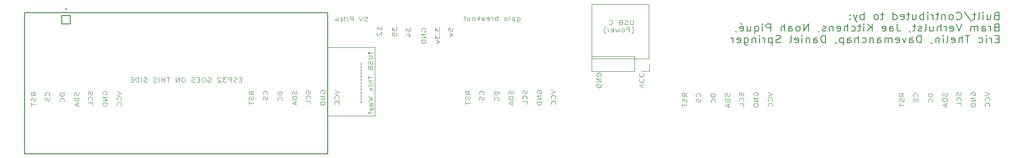
<source format=gbo>
%TF.GenerationSoftware,KiCad,Pcbnew,8.0.5*%
%TF.CreationDate,2024-09-09T15:54:14+02:00*%
%TF.ProjectId,info_orbs,696e666f-5f6f-4726-9273-2e6b69636164,rev?*%
%TF.SameCoordinates,Original*%
%TF.FileFunction,Legend,Bot*%
%TF.FilePolarity,Positive*%
%FSLAX46Y46*%
G04 Gerber Fmt 4.6, Leading zero omitted, Abs format (unit mm)*
G04 Created by KiCad (PCBNEW 8.0.5) date 2024-09-09 15:54:14*
%MOMM*%
%LPD*%
G01*
G04 APERTURE LIST*
G04 Aperture macros list*
%AMRoundRect*
0 Rectangle with rounded corners*
0 $1 Rounding radius*
0 $2 $3 $4 $5 $6 $7 $8 $9 X,Y pos of 4 corners*
0 Add a 4 corners polygon primitive as box body*
4,1,4,$2,$3,$4,$5,$6,$7,$8,$9,$2,$3,0*
0 Add four circle primitives for the rounded corners*
1,1,$1+$1,$2,$3*
1,1,$1+$1,$4,$5*
1,1,$1+$1,$6,$7*
1,1,$1+$1,$8,$9*
0 Add four rect primitives between the rounded corners*
20,1,$1+$1,$2,$3,$4,$5,0*
20,1,$1+$1,$4,$5,$6,$7,0*
20,1,$1+$1,$6,$7,$8,$9,0*
20,1,$1+$1,$8,$9,$2,$3,0*%
G04 Aperture macros list end*
%ADD10C,0.100000*%
%ADD11C,0.200000*%
%ADD12C,0.120000*%
%ADD13C,0.127000*%
%ADD14R,1.700000X1.700000*%
%ADD15O,1.700000X1.700000*%
%ADD16C,2.000000*%
%ADD17RoundRect,0.102000X-0.780000X0.780000X-0.780000X-0.780000X0.780000X-0.780000X0.780000X0.780000X0*%
%ADD18C,1.764000*%
G04 APERTURE END LIST*
D10*
X100245000Y-68050000D02*
X108715000Y-68050000D01*
X108715000Y-80372500D01*
X100245000Y-80372500D01*
X100245000Y-68050000D01*
X147640000Y-60230000D02*
X157880000Y-60230000D01*
X157880000Y-70080000D01*
X147640000Y-70080000D01*
X147640000Y-60230000D01*
X109836895Y-64937693D02*
X109836895Y-64366265D01*
X109836895Y-64651979D02*
X109036895Y-64651979D01*
X109036895Y-64651979D02*
X109151180Y-64556741D01*
X109151180Y-64556741D02*
X109227371Y-64461503D01*
X109227371Y-64461503D02*
X109265466Y-64366265D01*
X109113085Y-65318646D02*
X109074990Y-65366265D01*
X109074990Y-65366265D02*
X109036895Y-65461503D01*
X109036895Y-65461503D02*
X109036895Y-65699598D01*
X109036895Y-65699598D02*
X109074990Y-65794836D01*
X109074990Y-65794836D02*
X109113085Y-65842455D01*
X109113085Y-65842455D02*
X109189276Y-65890074D01*
X109189276Y-65890074D02*
X109265466Y-65890074D01*
X109265466Y-65890074D02*
X109379752Y-65842455D01*
X109379752Y-65842455D02*
X109836895Y-65271027D01*
X109836895Y-65271027D02*
X109836895Y-65890074D01*
X52916895Y-76273884D02*
X52116895Y-76273884D01*
X52116895Y-76273884D02*
X52116895Y-76511979D01*
X52116895Y-76511979D02*
X52154990Y-76654836D01*
X52154990Y-76654836D02*
X52231180Y-76750074D01*
X52231180Y-76750074D02*
X52307371Y-76797693D01*
X52307371Y-76797693D02*
X52459752Y-76845312D01*
X52459752Y-76845312D02*
X52574038Y-76845312D01*
X52574038Y-76845312D02*
X52726419Y-76797693D01*
X52726419Y-76797693D02*
X52802609Y-76750074D01*
X52802609Y-76750074D02*
X52878800Y-76654836D01*
X52878800Y-76654836D02*
X52916895Y-76511979D01*
X52916895Y-76511979D02*
X52916895Y-76273884D01*
X52840704Y-77845312D02*
X52878800Y-77797693D01*
X52878800Y-77797693D02*
X52916895Y-77654836D01*
X52916895Y-77654836D02*
X52916895Y-77559598D01*
X52916895Y-77559598D02*
X52878800Y-77416741D01*
X52878800Y-77416741D02*
X52802609Y-77321503D01*
X52802609Y-77321503D02*
X52726419Y-77273884D01*
X52726419Y-77273884D02*
X52574038Y-77226265D01*
X52574038Y-77226265D02*
X52459752Y-77226265D01*
X52459752Y-77226265D02*
X52307371Y-77273884D01*
X52307371Y-77273884D02*
X52231180Y-77321503D01*
X52231180Y-77321503D02*
X52154990Y-77416741D01*
X52154990Y-77416741D02*
X52116895Y-77559598D01*
X52116895Y-77559598D02*
X52116895Y-77654836D01*
X52116895Y-77654836D02*
X52154990Y-77797693D01*
X52154990Y-77797693D02*
X52193085Y-77845312D01*
X155116115Y-63140985D02*
X155116115Y-63788604D01*
X155116115Y-63788604D02*
X155068496Y-63864794D01*
X155068496Y-63864794D02*
X155020877Y-63902890D01*
X155020877Y-63902890D02*
X154925639Y-63940985D01*
X154925639Y-63940985D02*
X154735163Y-63940985D01*
X154735163Y-63940985D02*
X154639925Y-63902890D01*
X154639925Y-63902890D02*
X154592306Y-63864794D01*
X154592306Y-63864794D02*
X154544687Y-63788604D01*
X154544687Y-63788604D02*
X154544687Y-63140985D01*
X154116115Y-63902890D02*
X153973258Y-63940985D01*
X153973258Y-63940985D02*
X153735163Y-63940985D01*
X153735163Y-63940985D02*
X153639925Y-63902890D01*
X153639925Y-63902890D02*
X153592306Y-63864794D01*
X153592306Y-63864794D02*
X153544687Y-63788604D01*
X153544687Y-63788604D02*
X153544687Y-63712413D01*
X153544687Y-63712413D02*
X153592306Y-63636223D01*
X153592306Y-63636223D02*
X153639925Y-63598128D01*
X153639925Y-63598128D02*
X153735163Y-63560032D01*
X153735163Y-63560032D02*
X153925639Y-63521937D01*
X153925639Y-63521937D02*
X154020877Y-63483842D01*
X154020877Y-63483842D02*
X154068496Y-63445747D01*
X154068496Y-63445747D02*
X154116115Y-63369556D01*
X154116115Y-63369556D02*
X154116115Y-63293366D01*
X154116115Y-63293366D02*
X154068496Y-63217175D01*
X154068496Y-63217175D02*
X154020877Y-63179080D01*
X154020877Y-63179080D02*
X153925639Y-63140985D01*
X153925639Y-63140985D02*
X153687544Y-63140985D01*
X153687544Y-63140985D02*
X153544687Y-63179080D01*
X152782782Y-63521937D02*
X152639925Y-63560032D01*
X152639925Y-63560032D02*
X152592306Y-63598128D01*
X152592306Y-63598128D02*
X152544687Y-63674318D01*
X152544687Y-63674318D02*
X152544687Y-63788604D01*
X152544687Y-63788604D02*
X152592306Y-63864794D01*
X152592306Y-63864794D02*
X152639925Y-63902890D01*
X152639925Y-63902890D02*
X152735163Y-63940985D01*
X152735163Y-63940985D02*
X153116115Y-63940985D01*
X153116115Y-63940985D02*
X153116115Y-63140985D01*
X153116115Y-63140985D02*
X152782782Y-63140985D01*
X152782782Y-63140985D02*
X152687544Y-63179080D01*
X152687544Y-63179080D02*
X152639925Y-63217175D01*
X152639925Y-63217175D02*
X152592306Y-63293366D01*
X152592306Y-63293366D02*
X152592306Y-63369556D01*
X152592306Y-63369556D02*
X152639925Y-63445747D01*
X152639925Y-63445747D02*
X152687544Y-63483842D01*
X152687544Y-63483842D02*
X152782782Y-63521937D01*
X152782782Y-63521937D02*
X153116115Y-63521937D01*
X150782782Y-63864794D02*
X150830401Y-63902890D01*
X150830401Y-63902890D02*
X150973258Y-63940985D01*
X150973258Y-63940985D02*
X151068496Y-63940985D01*
X151068496Y-63940985D02*
X151211353Y-63902890D01*
X151211353Y-63902890D02*
X151306591Y-63826699D01*
X151306591Y-63826699D02*
X151354210Y-63750509D01*
X151354210Y-63750509D02*
X151401829Y-63598128D01*
X151401829Y-63598128D02*
X151401829Y-63483842D01*
X151401829Y-63483842D02*
X151354210Y-63331461D01*
X151354210Y-63331461D02*
X151306591Y-63255270D01*
X151306591Y-63255270D02*
X151211353Y-63179080D01*
X151211353Y-63179080D02*
X151068496Y-63140985D01*
X151068496Y-63140985D02*
X150973258Y-63140985D01*
X150973258Y-63140985D02*
X150830401Y-63179080D01*
X150830401Y-63179080D02*
X150782782Y-63217175D01*
X154830401Y-65533702D02*
X154878020Y-65495606D01*
X154878020Y-65495606D02*
X154973258Y-65381321D01*
X154973258Y-65381321D02*
X155020877Y-65305130D01*
X155020877Y-65305130D02*
X155068496Y-65190845D01*
X155068496Y-65190845D02*
X155116115Y-65000368D01*
X155116115Y-65000368D02*
X155116115Y-64847987D01*
X155116115Y-64847987D02*
X155068496Y-64657511D01*
X155068496Y-64657511D02*
X155020877Y-64543225D01*
X155020877Y-64543225D02*
X154973258Y-64467035D01*
X154973258Y-64467035D02*
X154878020Y-64352749D01*
X154878020Y-64352749D02*
X154830401Y-64314654D01*
X154449448Y-65228940D02*
X154449448Y-64428940D01*
X154449448Y-64428940D02*
X154068496Y-64428940D01*
X154068496Y-64428940D02*
X153973258Y-64467035D01*
X153973258Y-64467035D02*
X153925639Y-64505130D01*
X153925639Y-64505130D02*
X153878020Y-64581321D01*
X153878020Y-64581321D02*
X153878020Y-64695606D01*
X153878020Y-64695606D02*
X153925639Y-64771797D01*
X153925639Y-64771797D02*
X153973258Y-64809892D01*
X153973258Y-64809892D02*
X154068496Y-64847987D01*
X154068496Y-64847987D02*
X154449448Y-64847987D01*
X153306591Y-65228940D02*
X153401829Y-65190845D01*
X153401829Y-65190845D02*
X153449448Y-65152749D01*
X153449448Y-65152749D02*
X153497067Y-65076559D01*
X153497067Y-65076559D02*
X153497067Y-64847987D01*
X153497067Y-64847987D02*
X153449448Y-64771797D01*
X153449448Y-64771797D02*
X153401829Y-64733702D01*
X153401829Y-64733702D02*
X153306591Y-64695606D01*
X153306591Y-64695606D02*
X153163734Y-64695606D01*
X153163734Y-64695606D02*
X153068496Y-64733702D01*
X153068496Y-64733702D02*
X153020877Y-64771797D01*
X153020877Y-64771797D02*
X152973258Y-64847987D01*
X152973258Y-64847987D02*
X152973258Y-65076559D01*
X152973258Y-65076559D02*
X153020877Y-65152749D01*
X153020877Y-65152749D02*
X153068496Y-65190845D01*
X153068496Y-65190845D02*
X153163734Y-65228940D01*
X153163734Y-65228940D02*
X153306591Y-65228940D01*
X152639924Y-64695606D02*
X152449448Y-65228940D01*
X152449448Y-65228940D02*
X152258972Y-64847987D01*
X152258972Y-64847987D02*
X152068496Y-65228940D01*
X152068496Y-65228940D02*
X151878020Y-64695606D01*
X151116115Y-65190845D02*
X151211353Y-65228940D01*
X151211353Y-65228940D02*
X151401829Y-65228940D01*
X151401829Y-65228940D02*
X151497067Y-65190845D01*
X151497067Y-65190845D02*
X151544686Y-65114654D01*
X151544686Y-65114654D02*
X151544686Y-64809892D01*
X151544686Y-64809892D02*
X151497067Y-64733702D01*
X151497067Y-64733702D02*
X151401829Y-64695606D01*
X151401829Y-64695606D02*
X151211353Y-64695606D01*
X151211353Y-64695606D02*
X151116115Y-64733702D01*
X151116115Y-64733702D02*
X151068496Y-64809892D01*
X151068496Y-64809892D02*
X151068496Y-64886083D01*
X151068496Y-64886083D02*
X151544686Y-64962273D01*
X150639924Y-65228940D02*
X150639924Y-64695606D01*
X150639924Y-64847987D02*
X150592305Y-64771797D01*
X150592305Y-64771797D02*
X150544686Y-64733702D01*
X150544686Y-64733702D02*
X150449448Y-64695606D01*
X150449448Y-64695606D02*
X150354210Y-64695606D01*
X150116114Y-65533702D02*
X150068495Y-65495606D01*
X150068495Y-65495606D02*
X149973257Y-65381321D01*
X149973257Y-65381321D02*
X149925638Y-65305130D01*
X149925638Y-65305130D02*
X149878019Y-65190845D01*
X149878019Y-65190845D02*
X149830400Y-65000368D01*
X149830400Y-65000368D02*
X149830400Y-64847987D01*
X149830400Y-64847987D02*
X149878019Y-64657511D01*
X149878019Y-64657511D02*
X149925638Y-64543225D01*
X149925638Y-64543225D02*
X149973257Y-64467035D01*
X149973257Y-64467035D02*
X150068495Y-64352749D01*
X150068495Y-64352749D02*
X150116114Y-64314654D01*
X59834990Y-76547693D02*
X59796895Y-76452455D01*
X59796895Y-76452455D02*
X59796895Y-76309598D01*
X59796895Y-76309598D02*
X59834990Y-76166741D01*
X59834990Y-76166741D02*
X59911180Y-76071503D01*
X59911180Y-76071503D02*
X59987371Y-76023884D01*
X59987371Y-76023884D02*
X60139752Y-75976265D01*
X60139752Y-75976265D02*
X60254038Y-75976265D01*
X60254038Y-75976265D02*
X60406419Y-76023884D01*
X60406419Y-76023884D02*
X60482609Y-76071503D01*
X60482609Y-76071503D02*
X60558800Y-76166741D01*
X60558800Y-76166741D02*
X60596895Y-76309598D01*
X60596895Y-76309598D02*
X60596895Y-76404836D01*
X60596895Y-76404836D02*
X60558800Y-76547693D01*
X60558800Y-76547693D02*
X60520704Y-76595312D01*
X60520704Y-76595312D02*
X60254038Y-76595312D01*
X60254038Y-76595312D02*
X60254038Y-76404836D01*
X60596895Y-77023884D02*
X59796895Y-77023884D01*
X59796895Y-77023884D02*
X60596895Y-77595312D01*
X60596895Y-77595312D02*
X59796895Y-77595312D01*
X60596895Y-78071503D02*
X59796895Y-78071503D01*
X59796895Y-78071503D02*
X59796895Y-78309598D01*
X59796895Y-78309598D02*
X59834990Y-78452455D01*
X59834990Y-78452455D02*
X59911180Y-78547693D01*
X59911180Y-78547693D02*
X59987371Y-78595312D01*
X59987371Y-78595312D02*
X60139752Y-78642931D01*
X60139752Y-78642931D02*
X60254038Y-78642931D01*
X60254038Y-78642931D02*
X60406419Y-78595312D01*
X60406419Y-78595312D02*
X60482609Y-78547693D01*
X60482609Y-78547693D02*
X60558800Y-78452455D01*
X60558800Y-78452455D02*
X60596895Y-78309598D01*
X60596895Y-78309598D02*
X60596895Y-78071503D01*
X106849925Y-62536895D02*
X107326115Y-62536895D01*
X107326115Y-62536895D02*
X107373734Y-62917847D01*
X107373734Y-62917847D02*
X107326115Y-62879752D01*
X107326115Y-62879752D02*
X107230877Y-62841657D01*
X107230877Y-62841657D02*
X106992782Y-62841657D01*
X106992782Y-62841657D02*
X106897544Y-62879752D01*
X106897544Y-62879752D02*
X106849925Y-62917847D01*
X106849925Y-62917847D02*
X106802306Y-62994038D01*
X106802306Y-62994038D02*
X106802306Y-63184514D01*
X106802306Y-63184514D02*
X106849925Y-63260704D01*
X106849925Y-63260704D02*
X106897544Y-63298800D01*
X106897544Y-63298800D02*
X106992782Y-63336895D01*
X106992782Y-63336895D02*
X107230877Y-63336895D01*
X107230877Y-63336895D02*
X107326115Y-63298800D01*
X107326115Y-63298800D02*
X107373734Y-63260704D01*
X106516591Y-62536895D02*
X106183258Y-63336895D01*
X106183258Y-63336895D02*
X105849925Y-62536895D01*
X104754686Y-63336895D02*
X104754686Y-62536895D01*
X104754686Y-62536895D02*
X104373734Y-62536895D01*
X104373734Y-62536895D02*
X104278496Y-62574990D01*
X104278496Y-62574990D02*
X104230877Y-62613085D01*
X104230877Y-62613085D02*
X104183258Y-62689276D01*
X104183258Y-62689276D02*
X104183258Y-62803561D01*
X104183258Y-62803561D02*
X104230877Y-62879752D01*
X104230877Y-62879752D02*
X104278496Y-62917847D01*
X104278496Y-62917847D02*
X104373734Y-62955942D01*
X104373734Y-62955942D02*
X104754686Y-62955942D01*
X103754686Y-63336895D02*
X103754686Y-62536895D01*
X103278496Y-63336895D02*
X103278496Y-62536895D01*
X103278496Y-62536895D02*
X102707068Y-63336895D01*
X102707068Y-63336895D02*
X102707068Y-62536895D01*
X102230877Y-62803561D02*
X101468973Y-63032133D01*
X101468973Y-63032133D02*
X102230877Y-63260704D01*
X137834990Y-76327693D02*
X137796895Y-76232455D01*
X137796895Y-76232455D02*
X137796895Y-76089598D01*
X137796895Y-76089598D02*
X137834990Y-75946741D01*
X137834990Y-75946741D02*
X137911180Y-75851503D01*
X137911180Y-75851503D02*
X137987371Y-75803884D01*
X137987371Y-75803884D02*
X138139752Y-75756265D01*
X138139752Y-75756265D02*
X138254038Y-75756265D01*
X138254038Y-75756265D02*
X138406419Y-75803884D01*
X138406419Y-75803884D02*
X138482609Y-75851503D01*
X138482609Y-75851503D02*
X138558800Y-75946741D01*
X138558800Y-75946741D02*
X138596895Y-76089598D01*
X138596895Y-76089598D02*
X138596895Y-76184836D01*
X138596895Y-76184836D02*
X138558800Y-76327693D01*
X138558800Y-76327693D02*
X138520704Y-76375312D01*
X138520704Y-76375312D02*
X138254038Y-76375312D01*
X138254038Y-76375312D02*
X138254038Y-76184836D01*
X138596895Y-76803884D02*
X137796895Y-76803884D01*
X137796895Y-76803884D02*
X138596895Y-77375312D01*
X138596895Y-77375312D02*
X137796895Y-77375312D01*
X138596895Y-77851503D02*
X137796895Y-77851503D01*
X137796895Y-77851503D02*
X137796895Y-78089598D01*
X137796895Y-78089598D02*
X137834990Y-78232455D01*
X137834990Y-78232455D02*
X137911180Y-78327693D01*
X137911180Y-78327693D02*
X137987371Y-78375312D01*
X137987371Y-78375312D02*
X138139752Y-78422931D01*
X138139752Y-78422931D02*
X138254038Y-78422931D01*
X138254038Y-78422931D02*
X138406419Y-78375312D01*
X138406419Y-78375312D02*
X138482609Y-78327693D01*
X138482609Y-78327693D02*
X138558800Y-78232455D01*
X138558800Y-78232455D02*
X138596895Y-78089598D01*
X138596895Y-78089598D02*
X138596895Y-77851503D01*
X86906895Y-76575312D02*
X86525942Y-76241979D01*
X86906895Y-76003884D02*
X86106895Y-76003884D01*
X86106895Y-76003884D02*
X86106895Y-76384836D01*
X86106895Y-76384836D02*
X86144990Y-76480074D01*
X86144990Y-76480074D02*
X86183085Y-76527693D01*
X86183085Y-76527693D02*
X86259276Y-76575312D01*
X86259276Y-76575312D02*
X86373561Y-76575312D01*
X86373561Y-76575312D02*
X86449752Y-76527693D01*
X86449752Y-76527693D02*
X86487847Y-76480074D01*
X86487847Y-76480074D02*
X86525942Y-76384836D01*
X86525942Y-76384836D02*
X86525942Y-76003884D01*
X86868800Y-76956265D02*
X86906895Y-77099122D01*
X86906895Y-77099122D02*
X86906895Y-77337217D01*
X86906895Y-77337217D02*
X86868800Y-77432455D01*
X86868800Y-77432455D02*
X86830704Y-77480074D01*
X86830704Y-77480074D02*
X86754514Y-77527693D01*
X86754514Y-77527693D02*
X86678323Y-77527693D01*
X86678323Y-77527693D02*
X86602133Y-77480074D01*
X86602133Y-77480074D02*
X86564038Y-77432455D01*
X86564038Y-77432455D02*
X86525942Y-77337217D01*
X86525942Y-77337217D02*
X86487847Y-77146741D01*
X86487847Y-77146741D02*
X86449752Y-77051503D01*
X86449752Y-77051503D02*
X86411657Y-77003884D01*
X86411657Y-77003884D02*
X86335466Y-76956265D01*
X86335466Y-76956265D02*
X86259276Y-76956265D01*
X86259276Y-76956265D02*
X86183085Y-77003884D01*
X86183085Y-77003884D02*
X86144990Y-77051503D01*
X86144990Y-77051503D02*
X86106895Y-77146741D01*
X86106895Y-77146741D02*
X86106895Y-77384836D01*
X86106895Y-77384836D02*
X86144990Y-77527693D01*
X86106895Y-77813408D02*
X86106895Y-78384836D01*
X86906895Y-78099122D02*
X86106895Y-78099122D01*
X164696895Y-76955312D02*
X164315942Y-76621979D01*
X164696895Y-76383884D02*
X163896895Y-76383884D01*
X163896895Y-76383884D02*
X163896895Y-76764836D01*
X163896895Y-76764836D02*
X163934990Y-76860074D01*
X163934990Y-76860074D02*
X163973085Y-76907693D01*
X163973085Y-76907693D02*
X164049276Y-76955312D01*
X164049276Y-76955312D02*
X164163561Y-76955312D01*
X164163561Y-76955312D02*
X164239752Y-76907693D01*
X164239752Y-76907693D02*
X164277847Y-76860074D01*
X164277847Y-76860074D02*
X164315942Y-76764836D01*
X164315942Y-76764836D02*
X164315942Y-76383884D01*
X164658800Y-77336265D02*
X164696895Y-77479122D01*
X164696895Y-77479122D02*
X164696895Y-77717217D01*
X164696895Y-77717217D02*
X164658800Y-77812455D01*
X164658800Y-77812455D02*
X164620704Y-77860074D01*
X164620704Y-77860074D02*
X164544514Y-77907693D01*
X164544514Y-77907693D02*
X164468323Y-77907693D01*
X164468323Y-77907693D02*
X164392133Y-77860074D01*
X164392133Y-77860074D02*
X164354038Y-77812455D01*
X164354038Y-77812455D02*
X164315942Y-77717217D01*
X164315942Y-77717217D02*
X164277847Y-77526741D01*
X164277847Y-77526741D02*
X164239752Y-77431503D01*
X164239752Y-77431503D02*
X164201657Y-77383884D01*
X164201657Y-77383884D02*
X164125466Y-77336265D01*
X164125466Y-77336265D02*
X164049276Y-77336265D01*
X164049276Y-77336265D02*
X163973085Y-77383884D01*
X163973085Y-77383884D02*
X163934990Y-77431503D01*
X163934990Y-77431503D02*
X163896895Y-77526741D01*
X163896895Y-77526741D02*
X163896895Y-77764836D01*
X163896895Y-77764836D02*
X163934990Y-77907693D01*
X163896895Y-78193408D02*
X163896895Y-78764836D01*
X164696895Y-78479122D02*
X163896895Y-78479122D01*
X215764990Y-76677693D02*
X215726895Y-76582455D01*
X215726895Y-76582455D02*
X215726895Y-76439598D01*
X215726895Y-76439598D02*
X215764990Y-76296741D01*
X215764990Y-76296741D02*
X215841180Y-76201503D01*
X215841180Y-76201503D02*
X215917371Y-76153884D01*
X215917371Y-76153884D02*
X216069752Y-76106265D01*
X216069752Y-76106265D02*
X216184038Y-76106265D01*
X216184038Y-76106265D02*
X216336419Y-76153884D01*
X216336419Y-76153884D02*
X216412609Y-76201503D01*
X216412609Y-76201503D02*
X216488800Y-76296741D01*
X216488800Y-76296741D02*
X216526895Y-76439598D01*
X216526895Y-76439598D02*
X216526895Y-76534836D01*
X216526895Y-76534836D02*
X216488800Y-76677693D01*
X216488800Y-76677693D02*
X216450704Y-76725312D01*
X216450704Y-76725312D02*
X216184038Y-76725312D01*
X216184038Y-76725312D02*
X216184038Y-76534836D01*
X216526895Y-77153884D02*
X215726895Y-77153884D01*
X215726895Y-77153884D02*
X216526895Y-77725312D01*
X216526895Y-77725312D02*
X215726895Y-77725312D01*
X216526895Y-78201503D02*
X215726895Y-78201503D01*
X215726895Y-78201503D02*
X215726895Y-78439598D01*
X215726895Y-78439598D02*
X215764990Y-78582455D01*
X215764990Y-78582455D02*
X215841180Y-78677693D01*
X215841180Y-78677693D02*
X215917371Y-78725312D01*
X215917371Y-78725312D02*
X216069752Y-78772931D01*
X216069752Y-78772931D02*
X216184038Y-78772931D01*
X216184038Y-78772931D02*
X216336419Y-78725312D01*
X216336419Y-78725312D02*
X216412609Y-78677693D01*
X216412609Y-78677693D02*
X216488800Y-78582455D01*
X216488800Y-78582455D02*
X216526895Y-78439598D01*
X216526895Y-78439598D02*
X216526895Y-78201503D01*
X114316895Y-64488646D02*
X114316895Y-65107693D01*
X114316895Y-65107693D02*
X114621657Y-64774360D01*
X114621657Y-64774360D02*
X114621657Y-64917217D01*
X114621657Y-64917217D02*
X114659752Y-65012455D01*
X114659752Y-65012455D02*
X114697847Y-65060074D01*
X114697847Y-65060074D02*
X114774038Y-65107693D01*
X114774038Y-65107693D02*
X114964514Y-65107693D01*
X114964514Y-65107693D02*
X115040704Y-65060074D01*
X115040704Y-65060074D02*
X115078800Y-65012455D01*
X115078800Y-65012455D02*
X115116895Y-64917217D01*
X115116895Y-64917217D02*
X115116895Y-64631503D01*
X115116895Y-64631503D02*
X115078800Y-64536265D01*
X115078800Y-64536265D02*
X115040704Y-64488646D01*
X114583561Y-65964836D02*
X115116895Y-65964836D01*
X114278800Y-65726741D02*
X114850228Y-65488646D01*
X114850228Y-65488646D02*
X114850228Y-66107693D01*
X169836895Y-76443884D02*
X169036895Y-76443884D01*
X169036895Y-76443884D02*
X169036895Y-76681979D01*
X169036895Y-76681979D02*
X169074990Y-76824836D01*
X169074990Y-76824836D02*
X169151180Y-76920074D01*
X169151180Y-76920074D02*
X169227371Y-76967693D01*
X169227371Y-76967693D02*
X169379752Y-77015312D01*
X169379752Y-77015312D02*
X169494038Y-77015312D01*
X169494038Y-77015312D02*
X169646419Y-76967693D01*
X169646419Y-76967693D02*
X169722609Y-76920074D01*
X169722609Y-76920074D02*
X169798800Y-76824836D01*
X169798800Y-76824836D02*
X169836895Y-76681979D01*
X169836895Y-76681979D02*
X169836895Y-76443884D01*
X169760704Y-78015312D02*
X169798800Y-77967693D01*
X169798800Y-77967693D02*
X169836895Y-77824836D01*
X169836895Y-77824836D02*
X169836895Y-77729598D01*
X169836895Y-77729598D02*
X169798800Y-77586741D01*
X169798800Y-77586741D02*
X169722609Y-77491503D01*
X169722609Y-77491503D02*
X169646419Y-77443884D01*
X169646419Y-77443884D02*
X169494038Y-77396265D01*
X169494038Y-77396265D02*
X169379752Y-77396265D01*
X169379752Y-77396265D02*
X169227371Y-77443884D01*
X169227371Y-77443884D02*
X169151180Y-77491503D01*
X169151180Y-77491503D02*
X169074990Y-77586741D01*
X169074990Y-77586741D02*
X169036895Y-77729598D01*
X169036895Y-77729598D02*
X169036895Y-77824836D01*
X169036895Y-77824836D02*
X169074990Y-77967693D01*
X169074990Y-77967693D02*
X169113085Y-78015312D01*
X111786895Y-64398646D02*
X111786895Y-65017693D01*
X111786895Y-65017693D02*
X112091657Y-64684360D01*
X112091657Y-64684360D02*
X112091657Y-64827217D01*
X112091657Y-64827217D02*
X112129752Y-64922455D01*
X112129752Y-64922455D02*
X112167847Y-64970074D01*
X112167847Y-64970074D02*
X112244038Y-65017693D01*
X112244038Y-65017693D02*
X112434514Y-65017693D01*
X112434514Y-65017693D02*
X112510704Y-64970074D01*
X112510704Y-64970074D02*
X112548800Y-64922455D01*
X112548800Y-64922455D02*
X112586895Y-64827217D01*
X112586895Y-64827217D02*
X112586895Y-64541503D01*
X112586895Y-64541503D02*
X112548800Y-64446265D01*
X112548800Y-64446265D02*
X112510704Y-64398646D01*
X111786895Y-65922455D02*
X111786895Y-65446265D01*
X111786895Y-65446265D02*
X112167847Y-65398646D01*
X112167847Y-65398646D02*
X112129752Y-65446265D01*
X112129752Y-65446265D02*
X112091657Y-65541503D01*
X112091657Y-65541503D02*
X112091657Y-65779598D01*
X112091657Y-65779598D02*
X112129752Y-65874836D01*
X112129752Y-65874836D02*
X112167847Y-65922455D01*
X112167847Y-65922455D02*
X112244038Y-65970074D01*
X112244038Y-65970074D02*
X112434514Y-65970074D01*
X112434514Y-65970074D02*
X112510704Y-65922455D01*
X112510704Y-65922455D02*
X112548800Y-65874836D01*
X112548800Y-65874836D02*
X112586895Y-65779598D01*
X112586895Y-65779598D02*
X112586895Y-65541503D01*
X112586895Y-65541503D02*
X112548800Y-65446265D01*
X112548800Y-65446265D02*
X112510704Y-65398646D01*
X156963104Y-75318972D02*
X156163104Y-74985639D01*
X156163104Y-74985639D02*
X156963104Y-74652306D01*
X156239295Y-73747544D02*
X156201200Y-73795163D01*
X156201200Y-73795163D02*
X156163104Y-73938020D01*
X156163104Y-73938020D02*
X156163104Y-74033258D01*
X156163104Y-74033258D02*
X156201200Y-74176115D01*
X156201200Y-74176115D02*
X156277390Y-74271353D01*
X156277390Y-74271353D02*
X156353580Y-74318972D01*
X156353580Y-74318972D02*
X156505961Y-74366591D01*
X156505961Y-74366591D02*
X156620247Y-74366591D01*
X156620247Y-74366591D02*
X156772628Y-74318972D01*
X156772628Y-74318972D02*
X156848819Y-74271353D01*
X156848819Y-74271353D02*
X156925009Y-74176115D01*
X156925009Y-74176115D02*
X156963104Y-74033258D01*
X156963104Y-74033258D02*
X156963104Y-73938020D01*
X156963104Y-73938020D02*
X156925009Y-73795163D01*
X156925009Y-73795163D02*
X156886914Y-73747544D01*
X156239295Y-72747544D02*
X156201200Y-72795163D01*
X156201200Y-72795163D02*
X156163104Y-72938020D01*
X156163104Y-72938020D02*
X156163104Y-73033258D01*
X156163104Y-73033258D02*
X156201200Y-73176115D01*
X156201200Y-73176115D02*
X156277390Y-73271353D01*
X156277390Y-73271353D02*
X156353580Y-73318972D01*
X156353580Y-73318972D02*
X156505961Y-73366591D01*
X156505961Y-73366591D02*
X156620247Y-73366591D01*
X156620247Y-73366591D02*
X156772628Y-73318972D01*
X156772628Y-73318972D02*
X156848819Y-73271353D01*
X156848819Y-73271353D02*
X156925009Y-73176115D01*
X156925009Y-73176115D02*
X156963104Y-73033258D01*
X156963104Y-73033258D02*
X156963104Y-72938020D01*
X156963104Y-72938020D02*
X156925009Y-72795163D01*
X156925009Y-72795163D02*
X156886914Y-72747544D01*
X57958800Y-76036265D02*
X57996895Y-76179122D01*
X57996895Y-76179122D02*
X57996895Y-76417217D01*
X57996895Y-76417217D02*
X57958800Y-76512455D01*
X57958800Y-76512455D02*
X57920704Y-76560074D01*
X57920704Y-76560074D02*
X57844514Y-76607693D01*
X57844514Y-76607693D02*
X57768323Y-76607693D01*
X57768323Y-76607693D02*
X57692133Y-76560074D01*
X57692133Y-76560074D02*
X57654038Y-76512455D01*
X57654038Y-76512455D02*
X57615942Y-76417217D01*
X57615942Y-76417217D02*
X57577847Y-76226741D01*
X57577847Y-76226741D02*
X57539752Y-76131503D01*
X57539752Y-76131503D02*
X57501657Y-76083884D01*
X57501657Y-76083884D02*
X57425466Y-76036265D01*
X57425466Y-76036265D02*
X57349276Y-76036265D01*
X57349276Y-76036265D02*
X57273085Y-76083884D01*
X57273085Y-76083884D02*
X57234990Y-76131503D01*
X57234990Y-76131503D02*
X57196895Y-76226741D01*
X57196895Y-76226741D02*
X57196895Y-76464836D01*
X57196895Y-76464836D02*
X57234990Y-76607693D01*
X57920704Y-77607693D02*
X57958800Y-77560074D01*
X57958800Y-77560074D02*
X57996895Y-77417217D01*
X57996895Y-77417217D02*
X57996895Y-77321979D01*
X57996895Y-77321979D02*
X57958800Y-77179122D01*
X57958800Y-77179122D02*
X57882609Y-77083884D01*
X57882609Y-77083884D02*
X57806419Y-77036265D01*
X57806419Y-77036265D02*
X57654038Y-76988646D01*
X57654038Y-76988646D02*
X57539752Y-76988646D01*
X57539752Y-76988646D02*
X57387371Y-77036265D01*
X57387371Y-77036265D02*
X57311180Y-77083884D01*
X57311180Y-77083884D02*
X57234990Y-77179122D01*
X57234990Y-77179122D02*
X57196895Y-77321979D01*
X57196895Y-77321979D02*
X57196895Y-77417217D01*
X57196895Y-77417217D02*
X57234990Y-77560074D01*
X57234990Y-77560074D02*
X57273085Y-77607693D01*
X57996895Y-78512455D02*
X57996895Y-78036265D01*
X57996895Y-78036265D02*
X57196895Y-78036265D01*
X97088800Y-75826265D02*
X97126895Y-75969122D01*
X97126895Y-75969122D02*
X97126895Y-76207217D01*
X97126895Y-76207217D02*
X97088800Y-76302455D01*
X97088800Y-76302455D02*
X97050704Y-76350074D01*
X97050704Y-76350074D02*
X96974514Y-76397693D01*
X96974514Y-76397693D02*
X96898323Y-76397693D01*
X96898323Y-76397693D02*
X96822133Y-76350074D01*
X96822133Y-76350074D02*
X96784038Y-76302455D01*
X96784038Y-76302455D02*
X96745942Y-76207217D01*
X96745942Y-76207217D02*
X96707847Y-76016741D01*
X96707847Y-76016741D02*
X96669752Y-75921503D01*
X96669752Y-75921503D02*
X96631657Y-75873884D01*
X96631657Y-75873884D02*
X96555466Y-75826265D01*
X96555466Y-75826265D02*
X96479276Y-75826265D01*
X96479276Y-75826265D02*
X96403085Y-75873884D01*
X96403085Y-75873884D02*
X96364990Y-75921503D01*
X96364990Y-75921503D02*
X96326895Y-76016741D01*
X96326895Y-76016741D02*
X96326895Y-76254836D01*
X96326895Y-76254836D02*
X96364990Y-76397693D01*
X97050704Y-77397693D02*
X97088800Y-77350074D01*
X97088800Y-77350074D02*
X97126895Y-77207217D01*
X97126895Y-77207217D02*
X97126895Y-77111979D01*
X97126895Y-77111979D02*
X97088800Y-76969122D01*
X97088800Y-76969122D02*
X97012609Y-76873884D01*
X97012609Y-76873884D02*
X96936419Y-76826265D01*
X96936419Y-76826265D02*
X96784038Y-76778646D01*
X96784038Y-76778646D02*
X96669752Y-76778646D01*
X96669752Y-76778646D02*
X96517371Y-76826265D01*
X96517371Y-76826265D02*
X96441180Y-76873884D01*
X96441180Y-76873884D02*
X96364990Y-76969122D01*
X96364990Y-76969122D02*
X96326895Y-77111979D01*
X96326895Y-77111979D02*
X96326895Y-77207217D01*
X96326895Y-77207217D02*
X96364990Y-77350074D01*
X96364990Y-77350074D02*
X96403085Y-77397693D01*
X97126895Y-78302455D02*
X97126895Y-77826265D01*
X97126895Y-77826265D02*
X96326895Y-77826265D01*
X140346895Y-75761027D02*
X141146895Y-76094360D01*
X141146895Y-76094360D02*
X140346895Y-76427693D01*
X141070704Y-77332455D02*
X141108800Y-77284836D01*
X141108800Y-77284836D02*
X141146895Y-77141979D01*
X141146895Y-77141979D02*
X141146895Y-77046741D01*
X141146895Y-77046741D02*
X141108800Y-76903884D01*
X141108800Y-76903884D02*
X141032609Y-76808646D01*
X141032609Y-76808646D02*
X140956419Y-76761027D01*
X140956419Y-76761027D02*
X140804038Y-76713408D01*
X140804038Y-76713408D02*
X140689752Y-76713408D01*
X140689752Y-76713408D02*
X140537371Y-76761027D01*
X140537371Y-76761027D02*
X140461180Y-76808646D01*
X140461180Y-76808646D02*
X140384990Y-76903884D01*
X140384990Y-76903884D02*
X140346895Y-77046741D01*
X140346895Y-77046741D02*
X140346895Y-77141979D01*
X140346895Y-77141979D02*
X140384990Y-77284836D01*
X140384990Y-77284836D02*
X140423085Y-77332455D01*
X141070704Y-78332455D02*
X141108800Y-78284836D01*
X141108800Y-78284836D02*
X141146895Y-78141979D01*
X141146895Y-78141979D02*
X141146895Y-78046741D01*
X141146895Y-78046741D02*
X141108800Y-77903884D01*
X141108800Y-77903884D02*
X141032609Y-77808646D01*
X141032609Y-77808646D02*
X140956419Y-77761027D01*
X140956419Y-77761027D02*
X140804038Y-77713408D01*
X140804038Y-77713408D02*
X140689752Y-77713408D01*
X140689752Y-77713408D02*
X140537371Y-77761027D01*
X140537371Y-77761027D02*
X140461180Y-77808646D01*
X140461180Y-77808646D02*
X140384990Y-77903884D01*
X140384990Y-77903884D02*
X140346895Y-78046741D01*
X140346895Y-78046741D02*
X140346895Y-78141979D01*
X140346895Y-78141979D02*
X140384990Y-78284836D01*
X140384990Y-78284836D02*
X140423085Y-78332455D01*
X218276895Y-76111027D02*
X219076895Y-76444360D01*
X219076895Y-76444360D02*
X218276895Y-76777693D01*
X219000704Y-77682455D02*
X219038800Y-77634836D01*
X219038800Y-77634836D02*
X219076895Y-77491979D01*
X219076895Y-77491979D02*
X219076895Y-77396741D01*
X219076895Y-77396741D02*
X219038800Y-77253884D01*
X219038800Y-77253884D02*
X218962609Y-77158646D01*
X218962609Y-77158646D02*
X218886419Y-77111027D01*
X218886419Y-77111027D02*
X218734038Y-77063408D01*
X218734038Y-77063408D02*
X218619752Y-77063408D01*
X218619752Y-77063408D02*
X218467371Y-77111027D01*
X218467371Y-77111027D02*
X218391180Y-77158646D01*
X218391180Y-77158646D02*
X218314990Y-77253884D01*
X218314990Y-77253884D02*
X218276895Y-77396741D01*
X218276895Y-77396741D02*
X218276895Y-77491979D01*
X218276895Y-77491979D02*
X218314990Y-77634836D01*
X218314990Y-77634836D02*
X218353085Y-77682455D01*
X219000704Y-78682455D02*
X219038800Y-78634836D01*
X219038800Y-78634836D02*
X219076895Y-78491979D01*
X219076895Y-78491979D02*
X219076895Y-78396741D01*
X219076895Y-78396741D02*
X219038800Y-78253884D01*
X219038800Y-78253884D02*
X218962609Y-78158646D01*
X218962609Y-78158646D02*
X218886419Y-78111027D01*
X218886419Y-78111027D02*
X218734038Y-78063408D01*
X218734038Y-78063408D02*
X218619752Y-78063408D01*
X218619752Y-78063408D02*
X218467371Y-78111027D01*
X218467371Y-78111027D02*
X218391180Y-78158646D01*
X218391180Y-78158646D02*
X218314990Y-78253884D01*
X218314990Y-78253884D02*
X218276895Y-78396741D01*
X218276895Y-78396741D02*
X218276895Y-78491979D01*
X218276895Y-78491979D02*
X218314990Y-78634836D01*
X218314990Y-78634836D02*
X218353085Y-78682455D01*
X149285009Y-74742306D02*
X149323104Y-74837544D01*
X149323104Y-74837544D02*
X149323104Y-74980401D01*
X149323104Y-74980401D02*
X149285009Y-75123258D01*
X149285009Y-75123258D02*
X149208819Y-75218496D01*
X149208819Y-75218496D02*
X149132628Y-75266115D01*
X149132628Y-75266115D02*
X148980247Y-75313734D01*
X148980247Y-75313734D02*
X148865961Y-75313734D01*
X148865961Y-75313734D02*
X148713580Y-75266115D01*
X148713580Y-75266115D02*
X148637390Y-75218496D01*
X148637390Y-75218496D02*
X148561200Y-75123258D01*
X148561200Y-75123258D02*
X148523104Y-74980401D01*
X148523104Y-74980401D02*
X148523104Y-74885163D01*
X148523104Y-74885163D02*
X148561200Y-74742306D01*
X148561200Y-74742306D02*
X148599295Y-74694687D01*
X148599295Y-74694687D02*
X148865961Y-74694687D01*
X148865961Y-74694687D02*
X148865961Y-74885163D01*
X148523104Y-74266115D02*
X149323104Y-74266115D01*
X149323104Y-74266115D02*
X148523104Y-73694687D01*
X148523104Y-73694687D02*
X149323104Y-73694687D01*
X148523104Y-73218496D02*
X149323104Y-73218496D01*
X149323104Y-73218496D02*
X149323104Y-72980401D01*
X149323104Y-72980401D02*
X149285009Y-72837544D01*
X149285009Y-72837544D02*
X149208819Y-72742306D01*
X149208819Y-72742306D02*
X149132628Y-72694687D01*
X149132628Y-72694687D02*
X148980247Y-72647068D01*
X148980247Y-72647068D02*
X148865961Y-72647068D01*
X148865961Y-72647068D02*
X148713580Y-72694687D01*
X148713580Y-72694687D02*
X148637390Y-72742306D01*
X148637390Y-72742306D02*
X148561200Y-72837544D01*
X148561200Y-72837544D02*
X148523104Y-72980401D01*
X148523104Y-72980401D02*
X148523104Y-73218496D01*
X172398800Y-76336265D02*
X172436895Y-76479122D01*
X172436895Y-76479122D02*
X172436895Y-76717217D01*
X172436895Y-76717217D02*
X172398800Y-76812455D01*
X172398800Y-76812455D02*
X172360704Y-76860074D01*
X172360704Y-76860074D02*
X172284514Y-76907693D01*
X172284514Y-76907693D02*
X172208323Y-76907693D01*
X172208323Y-76907693D02*
X172132133Y-76860074D01*
X172132133Y-76860074D02*
X172094038Y-76812455D01*
X172094038Y-76812455D02*
X172055942Y-76717217D01*
X172055942Y-76717217D02*
X172017847Y-76526741D01*
X172017847Y-76526741D02*
X171979752Y-76431503D01*
X171979752Y-76431503D02*
X171941657Y-76383884D01*
X171941657Y-76383884D02*
X171865466Y-76336265D01*
X171865466Y-76336265D02*
X171789276Y-76336265D01*
X171789276Y-76336265D02*
X171713085Y-76383884D01*
X171713085Y-76383884D02*
X171674990Y-76431503D01*
X171674990Y-76431503D02*
X171636895Y-76526741D01*
X171636895Y-76526741D02*
X171636895Y-76764836D01*
X171636895Y-76764836D02*
X171674990Y-76907693D01*
X172436895Y-77336265D02*
X171636895Y-77336265D01*
X171636895Y-77336265D02*
X171636895Y-77574360D01*
X171636895Y-77574360D02*
X171674990Y-77717217D01*
X171674990Y-77717217D02*
X171751180Y-77812455D01*
X171751180Y-77812455D02*
X171827371Y-77860074D01*
X171827371Y-77860074D02*
X171979752Y-77907693D01*
X171979752Y-77907693D02*
X172094038Y-77907693D01*
X172094038Y-77907693D02*
X172246419Y-77860074D01*
X172246419Y-77860074D02*
X172322609Y-77812455D01*
X172322609Y-77812455D02*
X172398800Y-77717217D01*
X172398800Y-77717217D02*
X172436895Y-77574360D01*
X172436895Y-77574360D02*
X172436895Y-77336265D01*
X172208323Y-78288646D02*
X172208323Y-78764836D01*
X172436895Y-78193408D02*
X171636895Y-78526741D01*
X171636895Y-78526741D02*
X172436895Y-78860074D01*
X128180704Y-76565312D02*
X128218800Y-76517693D01*
X128218800Y-76517693D02*
X128256895Y-76374836D01*
X128256895Y-76374836D02*
X128256895Y-76279598D01*
X128256895Y-76279598D02*
X128218800Y-76136741D01*
X128218800Y-76136741D02*
X128142609Y-76041503D01*
X128142609Y-76041503D02*
X128066419Y-75993884D01*
X128066419Y-75993884D02*
X127914038Y-75946265D01*
X127914038Y-75946265D02*
X127799752Y-75946265D01*
X127799752Y-75946265D02*
X127647371Y-75993884D01*
X127647371Y-75993884D02*
X127571180Y-76041503D01*
X127571180Y-76041503D02*
X127494990Y-76136741D01*
X127494990Y-76136741D02*
X127456895Y-76279598D01*
X127456895Y-76279598D02*
X127456895Y-76374836D01*
X127456895Y-76374836D02*
X127494990Y-76517693D01*
X127494990Y-76517693D02*
X127533085Y-76565312D01*
X128218800Y-76946265D02*
X128256895Y-77089122D01*
X128256895Y-77089122D02*
X128256895Y-77327217D01*
X128256895Y-77327217D02*
X128218800Y-77422455D01*
X128218800Y-77422455D02*
X128180704Y-77470074D01*
X128180704Y-77470074D02*
X128104514Y-77517693D01*
X128104514Y-77517693D02*
X128028323Y-77517693D01*
X128028323Y-77517693D02*
X127952133Y-77470074D01*
X127952133Y-77470074D02*
X127914038Y-77422455D01*
X127914038Y-77422455D02*
X127875942Y-77327217D01*
X127875942Y-77327217D02*
X127837847Y-77136741D01*
X127837847Y-77136741D02*
X127799752Y-77041503D01*
X127799752Y-77041503D02*
X127761657Y-76993884D01*
X127761657Y-76993884D02*
X127685466Y-76946265D01*
X127685466Y-76946265D02*
X127609276Y-76946265D01*
X127609276Y-76946265D02*
X127533085Y-76993884D01*
X127533085Y-76993884D02*
X127494990Y-77041503D01*
X127494990Y-77041503D02*
X127456895Y-77136741D01*
X127456895Y-77136741D02*
X127456895Y-77374836D01*
X127456895Y-77374836D02*
X127494990Y-77517693D01*
X94608800Y-75956265D02*
X94646895Y-76099122D01*
X94646895Y-76099122D02*
X94646895Y-76337217D01*
X94646895Y-76337217D02*
X94608800Y-76432455D01*
X94608800Y-76432455D02*
X94570704Y-76480074D01*
X94570704Y-76480074D02*
X94494514Y-76527693D01*
X94494514Y-76527693D02*
X94418323Y-76527693D01*
X94418323Y-76527693D02*
X94342133Y-76480074D01*
X94342133Y-76480074D02*
X94304038Y-76432455D01*
X94304038Y-76432455D02*
X94265942Y-76337217D01*
X94265942Y-76337217D02*
X94227847Y-76146741D01*
X94227847Y-76146741D02*
X94189752Y-76051503D01*
X94189752Y-76051503D02*
X94151657Y-76003884D01*
X94151657Y-76003884D02*
X94075466Y-75956265D01*
X94075466Y-75956265D02*
X93999276Y-75956265D01*
X93999276Y-75956265D02*
X93923085Y-76003884D01*
X93923085Y-76003884D02*
X93884990Y-76051503D01*
X93884990Y-76051503D02*
X93846895Y-76146741D01*
X93846895Y-76146741D02*
X93846895Y-76384836D01*
X93846895Y-76384836D02*
X93884990Y-76527693D01*
X94646895Y-76956265D02*
X93846895Y-76956265D01*
X93846895Y-76956265D02*
X93846895Y-77194360D01*
X93846895Y-77194360D02*
X93884990Y-77337217D01*
X93884990Y-77337217D02*
X93961180Y-77432455D01*
X93961180Y-77432455D02*
X94037371Y-77480074D01*
X94037371Y-77480074D02*
X94189752Y-77527693D01*
X94189752Y-77527693D02*
X94304038Y-77527693D01*
X94304038Y-77527693D02*
X94456419Y-77480074D01*
X94456419Y-77480074D02*
X94532609Y-77432455D01*
X94532609Y-77432455D02*
X94608800Y-77337217D01*
X94608800Y-77337217D02*
X94646895Y-77194360D01*
X94646895Y-77194360D02*
X94646895Y-76956265D01*
X94418323Y-77908646D02*
X94418323Y-78384836D01*
X94646895Y-77813408D02*
X93846895Y-78146741D01*
X93846895Y-78146741D02*
X94646895Y-78480074D01*
X130916895Y-76053884D02*
X130116895Y-76053884D01*
X130116895Y-76053884D02*
X130116895Y-76291979D01*
X130116895Y-76291979D02*
X130154990Y-76434836D01*
X130154990Y-76434836D02*
X130231180Y-76530074D01*
X130231180Y-76530074D02*
X130307371Y-76577693D01*
X130307371Y-76577693D02*
X130459752Y-76625312D01*
X130459752Y-76625312D02*
X130574038Y-76625312D01*
X130574038Y-76625312D02*
X130726419Y-76577693D01*
X130726419Y-76577693D02*
X130802609Y-76530074D01*
X130802609Y-76530074D02*
X130878800Y-76434836D01*
X130878800Y-76434836D02*
X130916895Y-76291979D01*
X130916895Y-76291979D02*
X130916895Y-76053884D01*
X130840704Y-77625312D02*
X130878800Y-77577693D01*
X130878800Y-77577693D02*
X130916895Y-77434836D01*
X130916895Y-77434836D02*
X130916895Y-77339598D01*
X130916895Y-77339598D02*
X130878800Y-77196741D01*
X130878800Y-77196741D02*
X130802609Y-77101503D01*
X130802609Y-77101503D02*
X130726419Y-77053884D01*
X130726419Y-77053884D02*
X130574038Y-77006265D01*
X130574038Y-77006265D02*
X130459752Y-77006265D01*
X130459752Y-77006265D02*
X130307371Y-77053884D01*
X130307371Y-77053884D02*
X130231180Y-77101503D01*
X130231180Y-77101503D02*
X130154990Y-77196741D01*
X130154990Y-77196741D02*
X130116895Y-77339598D01*
X130116895Y-77339598D02*
X130116895Y-77434836D01*
X130116895Y-77434836D02*
X130154990Y-77577693D01*
X130154990Y-77577693D02*
X130193085Y-77625312D01*
X213888800Y-76166265D02*
X213926895Y-76309122D01*
X213926895Y-76309122D02*
X213926895Y-76547217D01*
X213926895Y-76547217D02*
X213888800Y-76642455D01*
X213888800Y-76642455D02*
X213850704Y-76690074D01*
X213850704Y-76690074D02*
X213774514Y-76737693D01*
X213774514Y-76737693D02*
X213698323Y-76737693D01*
X213698323Y-76737693D02*
X213622133Y-76690074D01*
X213622133Y-76690074D02*
X213584038Y-76642455D01*
X213584038Y-76642455D02*
X213545942Y-76547217D01*
X213545942Y-76547217D02*
X213507847Y-76356741D01*
X213507847Y-76356741D02*
X213469752Y-76261503D01*
X213469752Y-76261503D02*
X213431657Y-76213884D01*
X213431657Y-76213884D02*
X213355466Y-76166265D01*
X213355466Y-76166265D02*
X213279276Y-76166265D01*
X213279276Y-76166265D02*
X213203085Y-76213884D01*
X213203085Y-76213884D02*
X213164990Y-76261503D01*
X213164990Y-76261503D02*
X213126895Y-76356741D01*
X213126895Y-76356741D02*
X213126895Y-76594836D01*
X213126895Y-76594836D02*
X213164990Y-76737693D01*
X213850704Y-77737693D02*
X213888800Y-77690074D01*
X213888800Y-77690074D02*
X213926895Y-77547217D01*
X213926895Y-77547217D02*
X213926895Y-77451979D01*
X213926895Y-77451979D02*
X213888800Y-77309122D01*
X213888800Y-77309122D02*
X213812609Y-77213884D01*
X213812609Y-77213884D02*
X213736419Y-77166265D01*
X213736419Y-77166265D02*
X213584038Y-77118646D01*
X213584038Y-77118646D02*
X213469752Y-77118646D01*
X213469752Y-77118646D02*
X213317371Y-77166265D01*
X213317371Y-77166265D02*
X213241180Y-77213884D01*
X213241180Y-77213884D02*
X213164990Y-77309122D01*
X213164990Y-77309122D02*
X213126895Y-77451979D01*
X213126895Y-77451979D02*
X213126895Y-77547217D01*
X213126895Y-77547217D02*
X213164990Y-77690074D01*
X213164990Y-77690074D02*
X213203085Y-77737693D01*
X213926895Y-78642455D02*
X213926895Y-78166265D01*
X213926895Y-78166265D02*
X213126895Y-78166265D01*
X62346895Y-75981027D02*
X63146895Y-76314360D01*
X63146895Y-76314360D02*
X62346895Y-76647693D01*
X63070704Y-77552455D02*
X63108800Y-77504836D01*
X63108800Y-77504836D02*
X63146895Y-77361979D01*
X63146895Y-77361979D02*
X63146895Y-77266741D01*
X63146895Y-77266741D02*
X63108800Y-77123884D01*
X63108800Y-77123884D02*
X63032609Y-77028646D01*
X63032609Y-77028646D02*
X62956419Y-76981027D01*
X62956419Y-76981027D02*
X62804038Y-76933408D01*
X62804038Y-76933408D02*
X62689752Y-76933408D01*
X62689752Y-76933408D02*
X62537371Y-76981027D01*
X62537371Y-76981027D02*
X62461180Y-77028646D01*
X62461180Y-77028646D02*
X62384990Y-77123884D01*
X62384990Y-77123884D02*
X62346895Y-77266741D01*
X62346895Y-77266741D02*
X62346895Y-77361979D01*
X62346895Y-77361979D02*
X62384990Y-77504836D01*
X62384990Y-77504836D02*
X62423085Y-77552455D01*
X63070704Y-78552455D02*
X63108800Y-78504836D01*
X63108800Y-78504836D02*
X63146895Y-78361979D01*
X63146895Y-78361979D02*
X63146895Y-78266741D01*
X63146895Y-78266741D02*
X63108800Y-78123884D01*
X63108800Y-78123884D02*
X63032609Y-78028646D01*
X63032609Y-78028646D02*
X62956419Y-77981027D01*
X62956419Y-77981027D02*
X62804038Y-77933408D01*
X62804038Y-77933408D02*
X62689752Y-77933408D01*
X62689752Y-77933408D02*
X62537371Y-77981027D01*
X62537371Y-77981027D02*
X62461180Y-78028646D01*
X62461180Y-78028646D02*
X62384990Y-78123884D01*
X62384990Y-78123884D02*
X62346895Y-78266741D01*
X62346895Y-78266741D02*
X62346895Y-78361979D01*
X62346895Y-78361979D02*
X62384990Y-78504836D01*
X62384990Y-78504836D02*
X62423085Y-78552455D01*
X89310704Y-76575312D02*
X89348800Y-76527693D01*
X89348800Y-76527693D02*
X89386895Y-76384836D01*
X89386895Y-76384836D02*
X89386895Y-76289598D01*
X89386895Y-76289598D02*
X89348800Y-76146741D01*
X89348800Y-76146741D02*
X89272609Y-76051503D01*
X89272609Y-76051503D02*
X89196419Y-76003884D01*
X89196419Y-76003884D02*
X89044038Y-75956265D01*
X89044038Y-75956265D02*
X88929752Y-75956265D01*
X88929752Y-75956265D02*
X88777371Y-76003884D01*
X88777371Y-76003884D02*
X88701180Y-76051503D01*
X88701180Y-76051503D02*
X88624990Y-76146741D01*
X88624990Y-76146741D02*
X88586895Y-76289598D01*
X88586895Y-76289598D02*
X88586895Y-76384836D01*
X88586895Y-76384836D02*
X88624990Y-76527693D01*
X88624990Y-76527693D02*
X88663085Y-76575312D01*
X89348800Y-76956265D02*
X89386895Y-77099122D01*
X89386895Y-77099122D02*
X89386895Y-77337217D01*
X89386895Y-77337217D02*
X89348800Y-77432455D01*
X89348800Y-77432455D02*
X89310704Y-77480074D01*
X89310704Y-77480074D02*
X89234514Y-77527693D01*
X89234514Y-77527693D02*
X89158323Y-77527693D01*
X89158323Y-77527693D02*
X89082133Y-77480074D01*
X89082133Y-77480074D02*
X89044038Y-77432455D01*
X89044038Y-77432455D02*
X89005942Y-77337217D01*
X89005942Y-77337217D02*
X88967847Y-77146741D01*
X88967847Y-77146741D02*
X88929752Y-77051503D01*
X88929752Y-77051503D02*
X88891657Y-77003884D01*
X88891657Y-77003884D02*
X88815466Y-76956265D01*
X88815466Y-76956265D02*
X88739276Y-76956265D01*
X88739276Y-76956265D02*
X88663085Y-77003884D01*
X88663085Y-77003884D02*
X88624990Y-77051503D01*
X88624990Y-77051503D02*
X88586895Y-77146741D01*
X88586895Y-77146741D02*
X88586895Y-77384836D01*
X88586895Y-77384836D02*
X88624990Y-77527693D01*
X135958800Y-75816265D02*
X135996895Y-75959122D01*
X135996895Y-75959122D02*
X135996895Y-76197217D01*
X135996895Y-76197217D02*
X135958800Y-76292455D01*
X135958800Y-76292455D02*
X135920704Y-76340074D01*
X135920704Y-76340074D02*
X135844514Y-76387693D01*
X135844514Y-76387693D02*
X135768323Y-76387693D01*
X135768323Y-76387693D02*
X135692133Y-76340074D01*
X135692133Y-76340074D02*
X135654038Y-76292455D01*
X135654038Y-76292455D02*
X135615942Y-76197217D01*
X135615942Y-76197217D02*
X135577847Y-76006741D01*
X135577847Y-76006741D02*
X135539752Y-75911503D01*
X135539752Y-75911503D02*
X135501657Y-75863884D01*
X135501657Y-75863884D02*
X135425466Y-75816265D01*
X135425466Y-75816265D02*
X135349276Y-75816265D01*
X135349276Y-75816265D02*
X135273085Y-75863884D01*
X135273085Y-75863884D02*
X135234990Y-75911503D01*
X135234990Y-75911503D02*
X135196895Y-76006741D01*
X135196895Y-76006741D02*
X135196895Y-76244836D01*
X135196895Y-76244836D02*
X135234990Y-76387693D01*
X135920704Y-77387693D02*
X135958800Y-77340074D01*
X135958800Y-77340074D02*
X135996895Y-77197217D01*
X135996895Y-77197217D02*
X135996895Y-77101979D01*
X135996895Y-77101979D02*
X135958800Y-76959122D01*
X135958800Y-76959122D02*
X135882609Y-76863884D01*
X135882609Y-76863884D02*
X135806419Y-76816265D01*
X135806419Y-76816265D02*
X135654038Y-76768646D01*
X135654038Y-76768646D02*
X135539752Y-76768646D01*
X135539752Y-76768646D02*
X135387371Y-76816265D01*
X135387371Y-76816265D02*
X135311180Y-76863884D01*
X135311180Y-76863884D02*
X135234990Y-76959122D01*
X135234990Y-76959122D02*
X135196895Y-77101979D01*
X135196895Y-77101979D02*
X135196895Y-77197217D01*
X135196895Y-77197217D02*
X135234990Y-77340074D01*
X135234990Y-77340074D02*
X135273085Y-77387693D01*
X135996895Y-78292455D02*
X135996895Y-77816265D01*
X135996895Y-77816265D02*
X135196895Y-77816265D01*
X206110704Y-76915312D02*
X206148800Y-76867693D01*
X206148800Y-76867693D02*
X206186895Y-76724836D01*
X206186895Y-76724836D02*
X206186895Y-76629598D01*
X206186895Y-76629598D02*
X206148800Y-76486741D01*
X206148800Y-76486741D02*
X206072609Y-76391503D01*
X206072609Y-76391503D02*
X205996419Y-76343884D01*
X205996419Y-76343884D02*
X205844038Y-76296265D01*
X205844038Y-76296265D02*
X205729752Y-76296265D01*
X205729752Y-76296265D02*
X205577371Y-76343884D01*
X205577371Y-76343884D02*
X205501180Y-76391503D01*
X205501180Y-76391503D02*
X205424990Y-76486741D01*
X205424990Y-76486741D02*
X205386895Y-76629598D01*
X205386895Y-76629598D02*
X205386895Y-76724836D01*
X205386895Y-76724836D02*
X205424990Y-76867693D01*
X205424990Y-76867693D02*
X205463085Y-76915312D01*
X206148800Y-77296265D02*
X206186895Y-77439122D01*
X206186895Y-77439122D02*
X206186895Y-77677217D01*
X206186895Y-77677217D02*
X206148800Y-77772455D01*
X206148800Y-77772455D02*
X206110704Y-77820074D01*
X206110704Y-77820074D02*
X206034514Y-77867693D01*
X206034514Y-77867693D02*
X205958323Y-77867693D01*
X205958323Y-77867693D02*
X205882133Y-77820074D01*
X205882133Y-77820074D02*
X205844038Y-77772455D01*
X205844038Y-77772455D02*
X205805942Y-77677217D01*
X205805942Y-77677217D02*
X205767847Y-77486741D01*
X205767847Y-77486741D02*
X205729752Y-77391503D01*
X205729752Y-77391503D02*
X205691657Y-77343884D01*
X205691657Y-77343884D02*
X205615466Y-77296265D01*
X205615466Y-77296265D02*
X205539276Y-77296265D01*
X205539276Y-77296265D02*
X205463085Y-77343884D01*
X205463085Y-77343884D02*
X205424990Y-77391503D01*
X205424990Y-77391503D02*
X205386895Y-77486741D01*
X205386895Y-77486741D02*
X205386895Y-77724836D01*
X205386895Y-77724836D02*
X205424990Y-77867693D01*
X101476895Y-75771027D02*
X102276895Y-76104360D01*
X102276895Y-76104360D02*
X101476895Y-76437693D01*
X102200704Y-77342455D02*
X102238800Y-77294836D01*
X102238800Y-77294836D02*
X102276895Y-77151979D01*
X102276895Y-77151979D02*
X102276895Y-77056741D01*
X102276895Y-77056741D02*
X102238800Y-76913884D01*
X102238800Y-76913884D02*
X102162609Y-76818646D01*
X102162609Y-76818646D02*
X102086419Y-76771027D01*
X102086419Y-76771027D02*
X101934038Y-76723408D01*
X101934038Y-76723408D02*
X101819752Y-76723408D01*
X101819752Y-76723408D02*
X101667371Y-76771027D01*
X101667371Y-76771027D02*
X101591180Y-76818646D01*
X101591180Y-76818646D02*
X101514990Y-76913884D01*
X101514990Y-76913884D02*
X101476895Y-77056741D01*
X101476895Y-77056741D02*
X101476895Y-77151979D01*
X101476895Y-77151979D02*
X101514990Y-77294836D01*
X101514990Y-77294836D02*
X101553085Y-77342455D01*
X102200704Y-78342455D02*
X102238800Y-78294836D01*
X102238800Y-78294836D02*
X102276895Y-78151979D01*
X102276895Y-78151979D02*
X102276895Y-78056741D01*
X102276895Y-78056741D02*
X102238800Y-77913884D01*
X102238800Y-77913884D02*
X102162609Y-77818646D01*
X102162609Y-77818646D02*
X102086419Y-77771027D01*
X102086419Y-77771027D02*
X101934038Y-77723408D01*
X101934038Y-77723408D02*
X101819752Y-77723408D01*
X101819752Y-77723408D02*
X101667371Y-77771027D01*
X101667371Y-77771027D02*
X101591180Y-77818646D01*
X101591180Y-77818646D02*
X101514990Y-77913884D01*
X101514990Y-77913884D02*
X101476895Y-78056741D01*
X101476895Y-78056741D02*
X101476895Y-78151979D01*
X101476895Y-78151979D02*
X101514990Y-78294836D01*
X101514990Y-78294836D02*
X101553085Y-78342455D01*
D11*
X220271279Y-62333698D02*
X220056993Y-62395603D01*
X220056993Y-62395603D02*
X219985564Y-62457507D01*
X219985564Y-62457507D02*
X219914136Y-62581317D01*
X219914136Y-62581317D02*
X219914136Y-62767031D01*
X219914136Y-62767031D02*
X219985564Y-62890841D01*
X219985564Y-62890841D02*
X220056993Y-62952746D01*
X220056993Y-62952746D02*
X220199850Y-63014650D01*
X220199850Y-63014650D02*
X220771279Y-63014650D01*
X220771279Y-63014650D02*
X220771279Y-61714650D01*
X220771279Y-61714650D02*
X220271279Y-61714650D01*
X220271279Y-61714650D02*
X220128422Y-61776555D01*
X220128422Y-61776555D02*
X220056993Y-61838460D01*
X220056993Y-61838460D02*
X219985564Y-61962269D01*
X219985564Y-61962269D02*
X219985564Y-62086079D01*
X219985564Y-62086079D02*
X220056993Y-62209888D01*
X220056993Y-62209888D02*
X220128422Y-62271793D01*
X220128422Y-62271793D02*
X220271279Y-62333698D01*
X220271279Y-62333698D02*
X220771279Y-62333698D01*
X218628422Y-62147984D02*
X218628422Y-63014650D01*
X219271279Y-62147984D02*
X219271279Y-62828936D01*
X219271279Y-62828936D02*
X219199850Y-62952746D01*
X219199850Y-62952746D02*
X219056993Y-63014650D01*
X219056993Y-63014650D02*
X218842707Y-63014650D01*
X218842707Y-63014650D02*
X218699850Y-62952746D01*
X218699850Y-62952746D02*
X218628422Y-62890841D01*
X217914136Y-63014650D02*
X217914136Y-62147984D01*
X217914136Y-61714650D02*
X217985564Y-61776555D01*
X217985564Y-61776555D02*
X217914136Y-61838460D01*
X217914136Y-61838460D02*
X217842707Y-61776555D01*
X217842707Y-61776555D02*
X217914136Y-61714650D01*
X217914136Y-61714650D02*
X217914136Y-61838460D01*
X216985564Y-63014650D02*
X217128421Y-62952746D01*
X217128421Y-62952746D02*
X217199850Y-62828936D01*
X217199850Y-62828936D02*
X217199850Y-61714650D01*
X216628421Y-62147984D02*
X216056993Y-62147984D01*
X216414136Y-61714650D02*
X216414136Y-62828936D01*
X216414136Y-62828936D02*
X216342707Y-62952746D01*
X216342707Y-62952746D02*
X216199850Y-63014650D01*
X216199850Y-63014650D02*
X216056993Y-63014650D01*
X214485564Y-61652746D02*
X215771278Y-63324174D01*
X213128421Y-62890841D02*
X213199849Y-62952746D01*
X213199849Y-62952746D02*
X213414135Y-63014650D01*
X213414135Y-63014650D02*
X213556992Y-63014650D01*
X213556992Y-63014650D02*
X213771278Y-62952746D01*
X213771278Y-62952746D02*
X213914135Y-62828936D01*
X213914135Y-62828936D02*
X213985564Y-62705126D01*
X213985564Y-62705126D02*
X214056992Y-62457507D01*
X214056992Y-62457507D02*
X214056992Y-62271793D01*
X214056992Y-62271793D02*
X213985564Y-62024174D01*
X213985564Y-62024174D02*
X213914135Y-61900365D01*
X213914135Y-61900365D02*
X213771278Y-61776555D01*
X213771278Y-61776555D02*
X213556992Y-61714650D01*
X213556992Y-61714650D02*
X213414135Y-61714650D01*
X213414135Y-61714650D02*
X213199849Y-61776555D01*
X213199849Y-61776555D02*
X213128421Y-61838460D01*
X212271278Y-63014650D02*
X212414135Y-62952746D01*
X212414135Y-62952746D02*
X212485564Y-62890841D01*
X212485564Y-62890841D02*
X212556992Y-62767031D01*
X212556992Y-62767031D02*
X212556992Y-62395603D01*
X212556992Y-62395603D02*
X212485564Y-62271793D01*
X212485564Y-62271793D02*
X212414135Y-62209888D01*
X212414135Y-62209888D02*
X212271278Y-62147984D01*
X212271278Y-62147984D02*
X212056992Y-62147984D01*
X212056992Y-62147984D02*
X211914135Y-62209888D01*
X211914135Y-62209888D02*
X211842707Y-62271793D01*
X211842707Y-62271793D02*
X211771278Y-62395603D01*
X211771278Y-62395603D02*
X211771278Y-62767031D01*
X211771278Y-62767031D02*
X211842707Y-62890841D01*
X211842707Y-62890841D02*
X211914135Y-62952746D01*
X211914135Y-62952746D02*
X212056992Y-63014650D01*
X212056992Y-63014650D02*
X212271278Y-63014650D01*
X211128421Y-62147984D02*
X211128421Y-63014650D01*
X211128421Y-62271793D02*
X211056992Y-62209888D01*
X211056992Y-62209888D02*
X210914135Y-62147984D01*
X210914135Y-62147984D02*
X210699849Y-62147984D01*
X210699849Y-62147984D02*
X210556992Y-62209888D01*
X210556992Y-62209888D02*
X210485564Y-62333698D01*
X210485564Y-62333698D02*
X210485564Y-63014650D01*
X209985563Y-62147984D02*
X209414135Y-62147984D01*
X209771278Y-61714650D02*
X209771278Y-62828936D01*
X209771278Y-62828936D02*
X209699849Y-62952746D01*
X209699849Y-62952746D02*
X209556992Y-63014650D01*
X209556992Y-63014650D02*
X209414135Y-63014650D01*
X208914135Y-63014650D02*
X208914135Y-62147984D01*
X208914135Y-62395603D02*
X208842706Y-62271793D01*
X208842706Y-62271793D02*
X208771278Y-62209888D01*
X208771278Y-62209888D02*
X208628420Y-62147984D01*
X208628420Y-62147984D02*
X208485563Y-62147984D01*
X207985564Y-63014650D02*
X207985564Y-62147984D01*
X207985564Y-61714650D02*
X208056992Y-61776555D01*
X208056992Y-61776555D02*
X207985564Y-61838460D01*
X207985564Y-61838460D02*
X207914135Y-61776555D01*
X207914135Y-61776555D02*
X207985564Y-61714650D01*
X207985564Y-61714650D02*
X207985564Y-61838460D01*
X207271278Y-63014650D02*
X207271278Y-61714650D01*
X207271278Y-62209888D02*
X207128421Y-62147984D01*
X207128421Y-62147984D02*
X206842706Y-62147984D01*
X206842706Y-62147984D02*
X206699849Y-62209888D01*
X206699849Y-62209888D02*
X206628421Y-62271793D01*
X206628421Y-62271793D02*
X206556992Y-62395603D01*
X206556992Y-62395603D02*
X206556992Y-62767031D01*
X206556992Y-62767031D02*
X206628421Y-62890841D01*
X206628421Y-62890841D02*
X206699849Y-62952746D01*
X206699849Y-62952746D02*
X206842706Y-63014650D01*
X206842706Y-63014650D02*
X207128421Y-63014650D01*
X207128421Y-63014650D02*
X207271278Y-62952746D01*
X205271278Y-62147984D02*
X205271278Y-63014650D01*
X205914135Y-62147984D02*
X205914135Y-62828936D01*
X205914135Y-62828936D02*
X205842706Y-62952746D01*
X205842706Y-62952746D02*
X205699849Y-63014650D01*
X205699849Y-63014650D02*
X205485563Y-63014650D01*
X205485563Y-63014650D02*
X205342706Y-62952746D01*
X205342706Y-62952746D02*
X205271278Y-62890841D01*
X204771277Y-62147984D02*
X204199849Y-62147984D01*
X204556992Y-61714650D02*
X204556992Y-62828936D01*
X204556992Y-62828936D02*
X204485563Y-62952746D01*
X204485563Y-62952746D02*
X204342706Y-63014650D01*
X204342706Y-63014650D02*
X204199849Y-63014650D01*
X203128420Y-62952746D02*
X203271277Y-63014650D01*
X203271277Y-63014650D02*
X203556992Y-63014650D01*
X203556992Y-63014650D02*
X203699849Y-62952746D01*
X203699849Y-62952746D02*
X203771277Y-62828936D01*
X203771277Y-62828936D02*
X203771277Y-62333698D01*
X203771277Y-62333698D02*
X203699849Y-62209888D01*
X203699849Y-62209888D02*
X203556992Y-62147984D01*
X203556992Y-62147984D02*
X203271277Y-62147984D01*
X203271277Y-62147984D02*
X203128420Y-62209888D01*
X203128420Y-62209888D02*
X203056992Y-62333698D01*
X203056992Y-62333698D02*
X203056992Y-62457507D01*
X203056992Y-62457507D02*
X203771277Y-62581317D01*
X201771278Y-63014650D02*
X201771278Y-61714650D01*
X201771278Y-62952746D02*
X201914135Y-63014650D01*
X201914135Y-63014650D02*
X202199849Y-63014650D01*
X202199849Y-63014650D02*
X202342706Y-62952746D01*
X202342706Y-62952746D02*
X202414135Y-62890841D01*
X202414135Y-62890841D02*
X202485563Y-62767031D01*
X202485563Y-62767031D02*
X202485563Y-62395603D01*
X202485563Y-62395603D02*
X202414135Y-62271793D01*
X202414135Y-62271793D02*
X202342706Y-62209888D01*
X202342706Y-62209888D02*
X202199849Y-62147984D01*
X202199849Y-62147984D02*
X201914135Y-62147984D01*
X201914135Y-62147984D02*
X201771278Y-62209888D01*
X200128420Y-62147984D02*
X199556992Y-62147984D01*
X199914135Y-61714650D02*
X199914135Y-62828936D01*
X199914135Y-62828936D02*
X199842706Y-62952746D01*
X199842706Y-62952746D02*
X199699849Y-63014650D01*
X199699849Y-63014650D02*
X199556992Y-63014650D01*
X198842706Y-63014650D02*
X198985563Y-62952746D01*
X198985563Y-62952746D02*
X199056992Y-62890841D01*
X199056992Y-62890841D02*
X199128420Y-62767031D01*
X199128420Y-62767031D02*
X199128420Y-62395603D01*
X199128420Y-62395603D02*
X199056992Y-62271793D01*
X199056992Y-62271793D02*
X198985563Y-62209888D01*
X198985563Y-62209888D02*
X198842706Y-62147984D01*
X198842706Y-62147984D02*
X198628420Y-62147984D01*
X198628420Y-62147984D02*
X198485563Y-62209888D01*
X198485563Y-62209888D02*
X198414135Y-62271793D01*
X198414135Y-62271793D02*
X198342706Y-62395603D01*
X198342706Y-62395603D02*
X198342706Y-62767031D01*
X198342706Y-62767031D02*
X198414135Y-62890841D01*
X198414135Y-62890841D02*
X198485563Y-62952746D01*
X198485563Y-62952746D02*
X198628420Y-63014650D01*
X198628420Y-63014650D02*
X198842706Y-63014650D01*
X196556992Y-63014650D02*
X196556992Y-61714650D01*
X196556992Y-62209888D02*
X196414135Y-62147984D01*
X196414135Y-62147984D02*
X196128420Y-62147984D01*
X196128420Y-62147984D02*
X195985563Y-62209888D01*
X195985563Y-62209888D02*
X195914135Y-62271793D01*
X195914135Y-62271793D02*
X195842706Y-62395603D01*
X195842706Y-62395603D02*
X195842706Y-62767031D01*
X195842706Y-62767031D02*
X195914135Y-62890841D01*
X195914135Y-62890841D02*
X195985563Y-62952746D01*
X195985563Y-62952746D02*
X196128420Y-63014650D01*
X196128420Y-63014650D02*
X196414135Y-63014650D01*
X196414135Y-63014650D02*
X196556992Y-62952746D01*
X195342706Y-62147984D02*
X194985563Y-63014650D01*
X194628420Y-62147984D02*
X194985563Y-63014650D01*
X194985563Y-63014650D02*
X195128420Y-63324174D01*
X195128420Y-63324174D02*
X195199849Y-63386079D01*
X195199849Y-63386079D02*
X195342706Y-63447984D01*
X194056992Y-62890841D02*
X193985563Y-62952746D01*
X193985563Y-62952746D02*
X194056992Y-63014650D01*
X194056992Y-63014650D02*
X194128420Y-62952746D01*
X194128420Y-62952746D02*
X194056992Y-62890841D01*
X194056992Y-62890841D02*
X194056992Y-63014650D01*
X194056992Y-62209888D02*
X193985563Y-62271793D01*
X193985563Y-62271793D02*
X194056992Y-62333698D01*
X194056992Y-62333698D02*
X194128420Y-62271793D01*
X194128420Y-62271793D02*
X194056992Y-62209888D01*
X194056992Y-62209888D02*
X194056992Y-62333698D01*
X220271279Y-64426625D02*
X220056993Y-64488530D01*
X220056993Y-64488530D02*
X219985564Y-64550434D01*
X219985564Y-64550434D02*
X219914136Y-64674244D01*
X219914136Y-64674244D02*
X219914136Y-64859958D01*
X219914136Y-64859958D02*
X219985564Y-64983768D01*
X219985564Y-64983768D02*
X220056993Y-65045673D01*
X220056993Y-65045673D02*
X220199850Y-65107577D01*
X220199850Y-65107577D02*
X220771279Y-65107577D01*
X220771279Y-65107577D02*
X220771279Y-63807577D01*
X220771279Y-63807577D02*
X220271279Y-63807577D01*
X220271279Y-63807577D02*
X220128422Y-63869482D01*
X220128422Y-63869482D02*
X220056993Y-63931387D01*
X220056993Y-63931387D02*
X219985564Y-64055196D01*
X219985564Y-64055196D02*
X219985564Y-64179006D01*
X219985564Y-64179006D02*
X220056993Y-64302815D01*
X220056993Y-64302815D02*
X220128422Y-64364720D01*
X220128422Y-64364720D02*
X220271279Y-64426625D01*
X220271279Y-64426625D02*
X220771279Y-64426625D01*
X219271279Y-65107577D02*
X219271279Y-64240911D01*
X219271279Y-64488530D02*
X219199850Y-64364720D01*
X219199850Y-64364720D02*
X219128422Y-64302815D01*
X219128422Y-64302815D02*
X218985564Y-64240911D01*
X218985564Y-64240911D02*
X218842707Y-64240911D01*
X217699851Y-65107577D02*
X217699851Y-64426625D01*
X217699851Y-64426625D02*
X217771279Y-64302815D01*
X217771279Y-64302815D02*
X217914136Y-64240911D01*
X217914136Y-64240911D02*
X218199851Y-64240911D01*
X218199851Y-64240911D02*
X218342708Y-64302815D01*
X217699851Y-65045673D02*
X217842708Y-65107577D01*
X217842708Y-65107577D02*
X218199851Y-65107577D01*
X218199851Y-65107577D02*
X218342708Y-65045673D01*
X218342708Y-65045673D02*
X218414136Y-64921863D01*
X218414136Y-64921863D02*
X218414136Y-64798053D01*
X218414136Y-64798053D02*
X218342708Y-64674244D01*
X218342708Y-64674244D02*
X218199851Y-64612339D01*
X218199851Y-64612339D02*
X217842708Y-64612339D01*
X217842708Y-64612339D02*
X217699851Y-64550434D01*
X216985565Y-65107577D02*
X216985565Y-64240911D01*
X216985565Y-64364720D02*
X216914136Y-64302815D01*
X216914136Y-64302815D02*
X216771279Y-64240911D01*
X216771279Y-64240911D02*
X216556993Y-64240911D01*
X216556993Y-64240911D02*
X216414136Y-64302815D01*
X216414136Y-64302815D02*
X216342708Y-64426625D01*
X216342708Y-64426625D02*
X216342708Y-65107577D01*
X216342708Y-64426625D02*
X216271279Y-64302815D01*
X216271279Y-64302815D02*
X216128422Y-64240911D01*
X216128422Y-64240911D02*
X215914136Y-64240911D01*
X215914136Y-64240911D02*
X215771279Y-64302815D01*
X215771279Y-64302815D02*
X215699850Y-64426625D01*
X215699850Y-64426625D02*
X215699850Y-65107577D01*
X214056993Y-63807577D02*
X213556993Y-65107577D01*
X213556993Y-65107577D02*
X213056993Y-63807577D01*
X211985565Y-65045673D02*
X212128422Y-65107577D01*
X212128422Y-65107577D02*
X212414137Y-65107577D01*
X212414137Y-65107577D02*
X212556994Y-65045673D01*
X212556994Y-65045673D02*
X212628422Y-64921863D01*
X212628422Y-64921863D02*
X212628422Y-64426625D01*
X212628422Y-64426625D02*
X212556994Y-64302815D01*
X212556994Y-64302815D02*
X212414137Y-64240911D01*
X212414137Y-64240911D02*
X212128422Y-64240911D01*
X212128422Y-64240911D02*
X211985565Y-64302815D01*
X211985565Y-64302815D02*
X211914137Y-64426625D01*
X211914137Y-64426625D02*
X211914137Y-64550434D01*
X211914137Y-64550434D02*
X212628422Y-64674244D01*
X211271280Y-65107577D02*
X211271280Y-64240911D01*
X211271280Y-64488530D02*
X211199851Y-64364720D01*
X211199851Y-64364720D02*
X211128423Y-64302815D01*
X211128423Y-64302815D02*
X210985565Y-64240911D01*
X210985565Y-64240911D02*
X210842708Y-64240911D01*
X210342709Y-65107577D02*
X210342709Y-63807577D01*
X209699852Y-65107577D02*
X209699852Y-64426625D01*
X209699852Y-64426625D02*
X209771280Y-64302815D01*
X209771280Y-64302815D02*
X209914137Y-64240911D01*
X209914137Y-64240911D02*
X210128423Y-64240911D01*
X210128423Y-64240911D02*
X210271280Y-64302815D01*
X210271280Y-64302815D02*
X210342709Y-64364720D01*
X208342709Y-64240911D02*
X208342709Y-65107577D01*
X208985566Y-64240911D02*
X208985566Y-64921863D01*
X208985566Y-64921863D02*
X208914137Y-65045673D01*
X208914137Y-65045673D02*
X208771280Y-65107577D01*
X208771280Y-65107577D02*
X208556994Y-65107577D01*
X208556994Y-65107577D02*
X208414137Y-65045673D01*
X208414137Y-65045673D02*
X208342709Y-64983768D01*
X207414137Y-65107577D02*
X207556994Y-65045673D01*
X207556994Y-65045673D02*
X207628423Y-64921863D01*
X207628423Y-64921863D02*
X207628423Y-63807577D01*
X206914137Y-65045673D02*
X206771280Y-65107577D01*
X206771280Y-65107577D02*
X206485566Y-65107577D01*
X206485566Y-65107577D02*
X206342709Y-65045673D01*
X206342709Y-65045673D02*
X206271280Y-64921863D01*
X206271280Y-64921863D02*
X206271280Y-64859958D01*
X206271280Y-64859958D02*
X206342709Y-64736149D01*
X206342709Y-64736149D02*
X206485566Y-64674244D01*
X206485566Y-64674244D02*
X206699852Y-64674244D01*
X206699852Y-64674244D02*
X206842709Y-64612339D01*
X206842709Y-64612339D02*
X206914137Y-64488530D01*
X206914137Y-64488530D02*
X206914137Y-64426625D01*
X206914137Y-64426625D02*
X206842709Y-64302815D01*
X206842709Y-64302815D02*
X206699852Y-64240911D01*
X206699852Y-64240911D02*
X206485566Y-64240911D01*
X206485566Y-64240911D02*
X206342709Y-64302815D01*
X205842708Y-64240911D02*
X205271280Y-64240911D01*
X205628423Y-63807577D02*
X205628423Y-64921863D01*
X205628423Y-64921863D02*
X205556994Y-65045673D01*
X205556994Y-65045673D02*
X205414137Y-65107577D01*
X205414137Y-65107577D02*
X205271280Y-65107577D01*
X204699851Y-65045673D02*
X204699851Y-65107577D01*
X204699851Y-65107577D02*
X204771280Y-65231387D01*
X204771280Y-65231387D02*
X204842708Y-65293292D01*
X202485565Y-63807577D02*
X202485565Y-64736149D01*
X202485565Y-64736149D02*
X202556994Y-64921863D01*
X202556994Y-64921863D02*
X202699851Y-65045673D01*
X202699851Y-65045673D02*
X202914137Y-65107577D01*
X202914137Y-65107577D02*
X203056994Y-65107577D01*
X201128423Y-65107577D02*
X201128423Y-64426625D01*
X201128423Y-64426625D02*
X201199851Y-64302815D01*
X201199851Y-64302815D02*
X201342708Y-64240911D01*
X201342708Y-64240911D02*
X201628423Y-64240911D01*
X201628423Y-64240911D02*
X201771280Y-64302815D01*
X201128423Y-65045673D02*
X201271280Y-65107577D01*
X201271280Y-65107577D02*
X201628423Y-65107577D01*
X201628423Y-65107577D02*
X201771280Y-65045673D01*
X201771280Y-65045673D02*
X201842708Y-64921863D01*
X201842708Y-64921863D02*
X201842708Y-64798053D01*
X201842708Y-64798053D02*
X201771280Y-64674244D01*
X201771280Y-64674244D02*
X201628423Y-64612339D01*
X201628423Y-64612339D02*
X201271280Y-64612339D01*
X201271280Y-64612339D02*
X201128423Y-64550434D01*
X199842708Y-65045673D02*
X199985565Y-65107577D01*
X199985565Y-65107577D02*
X200271280Y-65107577D01*
X200271280Y-65107577D02*
X200414137Y-65045673D01*
X200414137Y-65045673D02*
X200485565Y-64921863D01*
X200485565Y-64921863D02*
X200485565Y-64426625D01*
X200485565Y-64426625D02*
X200414137Y-64302815D01*
X200414137Y-64302815D02*
X200271280Y-64240911D01*
X200271280Y-64240911D02*
X199985565Y-64240911D01*
X199985565Y-64240911D02*
X199842708Y-64302815D01*
X199842708Y-64302815D02*
X199771280Y-64426625D01*
X199771280Y-64426625D02*
X199771280Y-64550434D01*
X199771280Y-64550434D02*
X200485565Y-64674244D01*
X197985566Y-65107577D02*
X197985566Y-63807577D01*
X197128423Y-65107577D02*
X197771280Y-64364720D01*
X197128423Y-63807577D02*
X197985566Y-64550434D01*
X196485566Y-65107577D02*
X196485566Y-64240911D01*
X196485566Y-63807577D02*
X196556994Y-63869482D01*
X196556994Y-63869482D02*
X196485566Y-63931387D01*
X196485566Y-63931387D02*
X196414137Y-63869482D01*
X196414137Y-63869482D02*
X196485566Y-63807577D01*
X196485566Y-63807577D02*
X196485566Y-63931387D01*
X195985565Y-64240911D02*
X195414137Y-64240911D01*
X195771280Y-63807577D02*
X195771280Y-64921863D01*
X195771280Y-64921863D02*
X195699851Y-65045673D01*
X195699851Y-65045673D02*
X195556994Y-65107577D01*
X195556994Y-65107577D02*
X195414137Y-65107577D01*
X194271280Y-65045673D02*
X194414137Y-65107577D01*
X194414137Y-65107577D02*
X194699851Y-65107577D01*
X194699851Y-65107577D02*
X194842708Y-65045673D01*
X194842708Y-65045673D02*
X194914137Y-64983768D01*
X194914137Y-64983768D02*
X194985565Y-64859958D01*
X194985565Y-64859958D02*
X194985565Y-64488530D01*
X194985565Y-64488530D02*
X194914137Y-64364720D01*
X194914137Y-64364720D02*
X194842708Y-64302815D01*
X194842708Y-64302815D02*
X194699851Y-64240911D01*
X194699851Y-64240911D02*
X194414137Y-64240911D01*
X194414137Y-64240911D02*
X194271280Y-64302815D01*
X193628423Y-65107577D02*
X193628423Y-63807577D01*
X192985566Y-65107577D02*
X192985566Y-64426625D01*
X192985566Y-64426625D02*
X193056994Y-64302815D01*
X193056994Y-64302815D02*
X193199851Y-64240911D01*
X193199851Y-64240911D02*
X193414137Y-64240911D01*
X193414137Y-64240911D02*
X193556994Y-64302815D01*
X193556994Y-64302815D02*
X193628423Y-64364720D01*
X191699851Y-65045673D02*
X191842708Y-65107577D01*
X191842708Y-65107577D02*
X192128423Y-65107577D01*
X192128423Y-65107577D02*
X192271280Y-65045673D01*
X192271280Y-65045673D02*
X192342708Y-64921863D01*
X192342708Y-64921863D02*
X192342708Y-64426625D01*
X192342708Y-64426625D02*
X192271280Y-64302815D01*
X192271280Y-64302815D02*
X192128423Y-64240911D01*
X192128423Y-64240911D02*
X191842708Y-64240911D01*
X191842708Y-64240911D02*
X191699851Y-64302815D01*
X191699851Y-64302815D02*
X191628423Y-64426625D01*
X191628423Y-64426625D02*
X191628423Y-64550434D01*
X191628423Y-64550434D02*
X192342708Y-64674244D01*
X190985566Y-64240911D02*
X190985566Y-65107577D01*
X190985566Y-64364720D02*
X190914137Y-64302815D01*
X190914137Y-64302815D02*
X190771280Y-64240911D01*
X190771280Y-64240911D02*
X190556994Y-64240911D01*
X190556994Y-64240911D02*
X190414137Y-64302815D01*
X190414137Y-64302815D02*
X190342709Y-64426625D01*
X190342709Y-64426625D02*
X190342709Y-65107577D01*
X189699851Y-65045673D02*
X189556994Y-65107577D01*
X189556994Y-65107577D02*
X189271280Y-65107577D01*
X189271280Y-65107577D02*
X189128423Y-65045673D01*
X189128423Y-65045673D02*
X189056994Y-64921863D01*
X189056994Y-64921863D02*
X189056994Y-64859958D01*
X189056994Y-64859958D02*
X189128423Y-64736149D01*
X189128423Y-64736149D02*
X189271280Y-64674244D01*
X189271280Y-64674244D02*
X189485566Y-64674244D01*
X189485566Y-64674244D02*
X189628423Y-64612339D01*
X189628423Y-64612339D02*
X189699851Y-64488530D01*
X189699851Y-64488530D02*
X189699851Y-64426625D01*
X189699851Y-64426625D02*
X189628423Y-64302815D01*
X189628423Y-64302815D02*
X189485566Y-64240911D01*
X189485566Y-64240911D02*
X189271280Y-64240911D01*
X189271280Y-64240911D02*
X189128423Y-64302815D01*
X188342708Y-65045673D02*
X188342708Y-65107577D01*
X188342708Y-65107577D02*
X188414137Y-65231387D01*
X188414137Y-65231387D02*
X188485565Y-65293292D01*
X186556994Y-65107577D02*
X186556994Y-63807577D01*
X186556994Y-63807577D02*
X185699851Y-65107577D01*
X185699851Y-65107577D02*
X185699851Y-63807577D01*
X184771279Y-65107577D02*
X184914136Y-65045673D01*
X184914136Y-65045673D02*
X184985565Y-64983768D01*
X184985565Y-64983768D02*
X185056993Y-64859958D01*
X185056993Y-64859958D02*
X185056993Y-64488530D01*
X185056993Y-64488530D02*
X184985565Y-64364720D01*
X184985565Y-64364720D02*
X184914136Y-64302815D01*
X184914136Y-64302815D02*
X184771279Y-64240911D01*
X184771279Y-64240911D02*
X184556993Y-64240911D01*
X184556993Y-64240911D02*
X184414136Y-64302815D01*
X184414136Y-64302815D02*
X184342708Y-64364720D01*
X184342708Y-64364720D02*
X184271279Y-64488530D01*
X184271279Y-64488530D02*
X184271279Y-64859958D01*
X184271279Y-64859958D02*
X184342708Y-64983768D01*
X184342708Y-64983768D02*
X184414136Y-65045673D01*
X184414136Y-65045673D02*
X184556993Y-65107577D01*
X184556993Y-65107577D02*
X184771279Y-65107577D01*
X182985565Y-65107577D02*
X182985565Y-64426625D01*
X182985565Y-64426625D02*
X183056993Y-64302815D01*
X183056993Y-64302815D02*
X183199850Y-64240911D01*
X183199850Y-64240911D02*
X183485565Y-64240911D01*
X183485565Y-64240911D02*
X183628422Y-64302815D01*
X182985565Y-65045673D02*
X183128422Y-65107577D01*
X183128422Y-65107577D02*
X183485565Y-65107577D01*
X183485565Y-65107577D02*
X183628422Y-65045673D01*
X183628422Y-65045673D02*
X183699850Y-64921863D01*
X183699850Y-64921863D02*
X183699850Y-64798053D01*
X183699850Y-64798053D02*
X183628422Y-64674244D01*
X183628422Y-64674244D02*
X183485565Y-64612339D01*
X183485565Y-64612339D02*
X183128422Y-64612339D01*
X183128422Y-64612339D02*
X182985565Y-64550434D01*
X182271279Y-65107577D02*
X182271279Y-63807577D01*
X181628422Y-65107577D02*
X181628422Y-64426625D01*
X181628422Y-64426625D02*
X181699850Y-64302815D01*
X181699850Y-64302815D02*
X181842707Y-64240911D01*
X181842707Y-64240911D02*
X182056993Y-64240911D01*
X182056993Y-64240911D02*
X182199850Y-64302815D01*
X182199850Y-64302815D02*
X182271279Y-64364720D01*
X179771279Y-65107577D02*
X179771279Y-63807577D01*
X179771279Y-63807577D02*
X179199850Y-63807577D01*
X179199850Y-63807577D02*
X179056993Y-63869482D01*
X179056993Y-63869482D02*
X178985564Y-63931387D01*
X178985564Y-63931387D02*
X178914136Y-64055196D01*
X178914136Y-64055196D02*
X178914136Y-64240911D01*
X178914136Y-64240911D02*
X178985564Y-64364720D01*
X178985564Y-64364720D02*
X179056993Y-64426625D01*
X179056993Y-64426625D02*
X179199850Y-64488530D01*
X179199850Y-64488530D02*
X179771279Y-64488530D01*
X178271279Y-65107577D02*
X178271279Y-64240911D01*
X178271279Y-63807577D02*
X178342707Y-63869482D01*
X178342707Y-63869482D02*
X178271279Y-63931387D01*
X178271279Y-63931387D02*
X178199850Y-63869482D01*
X178199850Y-63869482D02*
X178271279Y-63807577D01*
X178271279Y-63807577D02*
X178271279Y-63931387D01*
X176914136Y-64240911D02*
X176914136Y-65540911D01*
X176914136Y-65045673D02*
X177056993Y-65107577D01*
X177056993Y-65107577D02*
X177342707Y-65107577D01*
X177342707Y-65107577D02*
X177485564Y-65045673D01*
X177485564Y-65045673D02*
X177556993Y-64983768D01*
X177556993Y-64983768D02*
X177628421Y-64859958D01*
X177628421Y-64859958D02*
X177628421Y-64488530D01*
X177628421Y-64488530D02*
X177556993Y-64364720D01*
X177556993Y-64364720D02*
X177485564Y-64302815D01*
X177485564Y-64302815D02*
X177342707Y-64240911D01*
X177342707Y-64240911D02*
X177056993Y-64240911D01*
X177056993Y-64240911D02*
X176914136Y-64302815D01*
X175556993Y-64240911D02*
X175556993Y-65107577D01*
X176199850Y-64240911D02*
X176199850Y-64921863D01*
X176199850Y-64921863D02*
X176128421Y-65045673D01*
X176128421Y-65045673D02*
X175985564Y-65107577D01*
X175985564Y-65107577D02*
X175771278Y-65107577D01*
X175771278Y-65107577D02*
X175628421Y-65045673D01*
X175628421Y-65045673D02*
X175556993Y-64983768D01*
X174271278Y-65045673D02*
X174414135Y-65107577D01*
X174414135Y-65107577D02*
X174699850Y-65107577D01*
X174699850Y-65107577D02*
X174842707Y-65045673D01*
X174842707Y-65045673D02*
X174914135Y-64921863D01*
X174914135Y-64921863D02*
X174914135Y-64426625D01*
X174914135Y-64426625D02*
X174842707Y-64302815D01*
X174842707Y-64302815D02*
X174699850Y-64240911D01*
X174699850Y-64240911D02*
X174414135Y-64240911D01*
X174414135Y-64240911D02*
X174271278Y-64302815D01*
X174271278Y-64302815D02*
X174199850Y-64426625D01*
X174199850Y-64426625D02*
X174199850Y-64550434D01*
X174199850Y-64550434D02*
X174914135Y-64674244D01*
X174414135Y-63745673D02*
X174628421Y-63931387D01*
X173485564Y-65045673D02*
X173485564Y-65107577D01*
X173485564Y-65107577D02*
X173556993Y-65231387D01*
X173556993Y-65231387D02*
X173628421Y-65293292D01*
X220771279Y-66519552D02*
X220271279Y-66519552D01*
X220056993Y-67200504D02*
X220771279Y-67200504D01*
X220771279Y-67200504D02*
X220771279Y-65900504D01*
X220771279Y-65900504D02*
X220056993Y-65900504D01*
X219414136Y-67200504D02*
X219414136Y-66333838D01*
X219414136Y-66581457D02*
X219342707Y-66457647D01*
X219342707Y-66457647D02*
X219271279Y-66395742D01*
X219271279Y-66395742D02*
X219128421Y-66333838D01*
X219128421Y-66333838D02*
X218985564Y-66333838D01*
X218485565Y-67200504D02*
X218485565Y-66333838D01*
X218485565Y-65900504D02*
X218556993Y-65962409D01*
X218556993Y-65962409D02*
X218485565Y-66024314D01*
X218485565Y-66024314D02*
X218414136Y-65962409D01*
X218414136Y-65962409D02*
X218485565Y-65900504D01*
X218485565Y-65900504D02*
X218485565Y-66024314D01*
X217128422Y-67138600D02*
X217271279Y-67200504D01*
X217271279Y-67200504D02*
X217556993Y-67200504D01*
X217556993Y-67200504D02*
X217699850Y-67138600D01*
X217699850Y-67138600D02*
X217771279Y-67076695D01*
X217771279Y-67076695D02*
X217842707Y-66952885D01*
X217842707Y-66952885D02*
X217842707Y-66581457D01*
X217842707Y-66581457D02*
X217771279Y-66457647D01*
X217771279Y-66457647D02*
X217699850Y-66395742D01*
X217699850Y-66395742D02*
X217556993Y-66333838D01*
X217556993Y-66333838D02*
X217271279Y-66333838D01*
X217271279Y-66333838D02*
X217128422Y-66395742D01*
X215556993Y-65900504D02*
X214699851Y-65900504D01*
X215128422Y-67200504D02*
X215128422Y-65900504D01*
X214199851Y-67200504D02*
X214199851Y-65900504D01*
X213556994Y-67200504D02*
X213556994Y-66519552D01*
X213556994Y-66519552D02*
X213628422Y-66395742D01*
X213628422Y-66395742D02*
X213771279Y-66333838D01*
X213771279Y-66333838D02*
X213985565Y-66333838D01*
X213985565Y-66333838D02*
X214128422Y-66395742D01*
X214128422Y-66395742D02*
X214199851Y-66457647D01*
X212271279Y-67138600D02*
X212414136Y-67200504D01*
X212414136Y-67200504D02*
X212699851Y-67200504D01*
X212699851Y-67200504D02*
X212842708Y-67138600D01*
X212842708Y-67138600D02*
X212914136Y-67014790D01*
X212914136Y-67014790D02*
X212914136Y-66519552D01*
X212914136Y-66519552D02*
X212842708Y-66395742D01*
X212842708Y-66395742D02*
X212699851Y-66333838D01*
X212699851Y-66333838D02*
X212414136Y-66333838D01*
X212414136Y-66333838D02*
X212271279Y-66395742D01*
X212271279Y-66395742D02*
X212199851Y-66519552D01*
X212199851Y-66519552D02*
X212199851Y-66643361D01*
X212199851Y-66643361D02*
X212914136Y-66767171D01*
X211342708Y-67200504D02*
X211485565Y-67138600D01*
X211485565Y-67138600D02*
X211556994Y-67014790D01*
X211556994Y-67014790D02*
X211556994Y-65900504D01*
X210771280Y-67200504D02*
X210771280Y-66333838D01*
X210771280Y-65900504D02*
X210842708Y-65962409D01*
X210842708Y-65962409D02*
X210771280Y-66024314D01*
X210771280Y-66024314D02*
X210699851Y-65962409D01*
X210699851Y-65962409D02*
X210771280Y-65900504D01*
X210771280Y-65900504D02*
X210771280Y-66024314D01*
X210056994Y-66333838D02*
X210056994Y-67200504D01*
X210056994Y-66457647D02*
X209985565Y-66395742D01*
X209985565Y-66395742D02*
X209842708Y-66333838D01*
X209842708Y-66333838D02*
X209628422Y-66333838D01*
X209628422Y-66333838D02*
X209485565Y-66395742D01*
X209485565Y-66395742D02*
X209414137Y-66519552D01*
X209414137Y-66519552D02*
X209414137Y-67200504D01*
X208628422Y-67138600D02*
X208628422Y-67200504D01*
X208628422Y-67200504D02*
X208699851Y-67324314D01*
X208699851Y-67324314D02*
X208771279Y-67386219D01*
X206842708Y-67200504D02*
X206842708Y-65900504D01*
X206842708Y-65900504D02*
X206485565Y-65900504D01*
X206485565Y-65900504D02*
X206271279Y-65962409D01*
X206271279Y-65962409D02*
X206128422Y-66086219D01*
X206128422Y-66086219D02*
X206056993Y-66210028D01*
X206056993Y-66210028D02*
X205985565Y-66457647D01*
X205985565Y-66457647D02*
X205985565Y-66643361D01*
X205985565Y-66643361D02*
X206056993Y-66890980D01*
X206056993Y-66890980D02*
X206128422Y-67014790D01*
X206128422Y-67014790D02*
X206271279Y-67138600D01*
X206271279Y-67138600D02*
X206485565Y-67200504D01*
X206485565Y-67200504D02*
X206842708Y-67200504D01*
X204699851Y-67200504D02*
X204699851Y-66519552D01*
X204699851Y-66519552D02*
X204771279Y-66395742D01*
X204771279Y-66395742D02*
X204914136Y-66333838D01*
X204914136Y-66333838D02*
X205199851Y-66333838D01*
X205199851Y-66333838D02*
X205342708Y-66395742D01*
X204699851Y-67138600D02*
X204842708Y-67200504D01*
X204842708Y-67200504D02*
X205199851Y-67200504D01*
X205199851Y-67200504D02*
X205342708Y-67138600D01*
X205342708Y-67138600D02*
X205414136Y-67014790D01*
X205414136Y-67014790D02*
X205414136Y-66890980D01*
X205414136Y-66890980D02*
X205342708Y-66767171D01*
X205342708Y-66767171D02*
X205199851Y-66705266D01*
X205199851Y-66705266D02*
X204842708Y-66705266D01*
X204842708Y-66705266D02*
X204699851Y-66643361D01*
X204128422Y-66333838D02*
X203771279Y-67200504D01*
X203771279Y-67200504D02*
X203414136Y-66333838D01*
X202271279Y-67138600D02*
X202414136Y-67200504D01*
X202414136Y-67200504D02*
X202699851Y-67200504D01*
X202699851Y-67200504D02*
X202842708Y-67138600D01*
X202842708Y-67138600D02*
X202914136Y-67014790D01*
X202914136Y-67014790D02*
X202914136Y-66519552D01*
X202914136Y-66519552D02*
X202842708Y-66395742D01*
X202842708Y-66395742D02*
X202699851Y-66333838D01*
X202699851Y-66333838D02*
X202414136Y-66333838D01*
X202414136Y-66333838D02*
X202271279Y-66395742D01*
X202271279Y-66395742D02*
X202199851Y-66519552D01*
X202199851Y-66519552D02*
X202199851Y-66643361D01*
X202199851Y-66643361D02*
X202914136Y-66767171D01*
X201556994Y-67200504D02*
X201556994Y-66333838D01*
X201556994Y-66457647D02*
X201485565Y-66395742D01*
X201485565Y-66395742D02*
X201342708Y-66333838D01*
X201342708Y-66333838D02*
X201128422Y-66333838D01*
X201128422Y-66333838D02*
X200985565Y-66395742D01*
X200985565Y-66395742D02*
X200914137Y-66519552D01*
X200914137Y-66519552D02*
X200914137Y-67200504D01*
X200914137Y-66519552D02*
X200842708Y-66395742D01*
X200842708Y-66395742D02*
X200699851Y-66333838D01*
X200699851Y-66333838D02*
X200485565Y-66333838D01*
X200485565Y-66333838D02*
X200342708Y-66395742D01*
X200342708Y-66395742D02*
X200271279Y-66519552D01*
X200271279Y-66519552D02*
X200271279Y-67200504D01*
X198914137Y-67200504D02*
X198914137Y-66519552D01*
X198914137Y-66519552D02*
X198985565Y-66395742D01*
X198985565Y-66395742D02*
X199128422Y-66333838D01*
X199128422Y-66333838D02*
X199414137Y-66333838D01*
X199414137Y-66333838D02*
X199556994Y-66395742D01*
X198914137Y-67138600D02*
X199056994Y-67200504D01*
X199056994Y-67200504D02*
X199414137Y-67200504D01*
X199414137Y-67200504D02*
X199556994Y-67138600D01*
X199556994Y-67138600D02*
X199628422Y-67014790D01*
X199628422Y-67014790D02*
X199628422Y-66890980D01*
X199628422Y-66890980D02*
X199556994Y-66767171D01*
X199556994Y-66767171D02*
X199414137Y-66705266D01*
X199414137Y-66705266D02*
X199056994Y-66705266D01*
X199056994Y-66705266D02*
X198914137Y-66643361D01*
X198199851Y-66333838D02*
X198199851Y-67200504D01*
X198199851Y-66457647D02*
X198128422Y-66395742D01*
X198128422Y-66395742D02*
X197985565Y-66333838D01*
X197985565Y-66333838D02*
X197771279Y-66333838D01*
X197771279Y-66333838D02*
X197628422Y-66395742D01*
X197628422Y-66395742D02*
X197556994Y-66519552D01*
X197556994Y-66519552D02*
X197556994Y-67200504D01*
X196199851Y-67138600D02*
X196342708Y-67200504D01*
X196342708Y-67200504D02*
X196628422Y-67200504D01*
X196628422Y-67200504D02*
X196771279Y-67138600D01*
X196771279Y-67138600D02*
X196842708Y-67076695D01*
X196842708Y-67076695D02*
X196914136Y-66952885D01*
X196914136Y-66952885D02*
X196914136Y-66581457D01*
X196914136Y-66581457D02*
X196842708Y-66457647D01*
X196842708Y-66457647D02*
X196771279Y-66395742D01*
X196771279Y-66395742D02*
X196628422Y-66333838D01*
X196628422Y-66333838D02*
X196342708Y-66333838D01*
X196342708Y-66333838D02*
X196199851Y-66395742D01*
X195556994Y-67200504D02*
X195556994Y-65900504D01*
X194914137Y-67200504D02*
X194914137Y-66519552D01*
X194914137Y-66519552D02*
X194985565Y-66395742D01*
X194985565Y-66395742D02*
X195128422Y-66333838D01*
X195128422Y-66333838D02*
X195342708Y-66333838D01*
X195342708Y-66333838D02*
X195485565Y-66395742D01*
X195485565Y-66395742D02*
X195556994Y-66457647D01*
X193556994Y-67200504D02*
X193556994Y-66519552D01*
X193556994Y-66519552D02*
X193628422Y-66395742D01*
X193628422Y-66395742D02*
X193771279Y-66333838D01*
X193771279Y-66333838D02*
X194056994Y-66333838D01*
X194056994Y-66333838D02*
X194199851Y-66395742D01*
X193556994Y-67138600D02*
X193699851Y-67200504D01*
X193699851Y-67200504D02*
X194056994Y-67200504D01*
X194056994Y-67200504D02*
X194199851Y-67138600D01*
X194199851Y-67138600D02*
X194271279Y-67014790D01*
X194271279Y-67014790D02*
X194271279Y-66890980D01*
X194271279Y-66890980D02*
X194199851Y-66767171D01*
X194199851Y-66767171D02*
X194056994Y-66705266D01*
X194056994Y-66705266D02*
X193699851Y-66705266D01*
X193699851Y-66705266D02*
X193556994Y-66643361D01*
X192842708Y-66333838D02*
X192842708Y-67633838D01*
X192842708Y-66395742D02*
X192699851Y-66333838D01*
X192699851Y-66333838D02*
X192414136Y-66333838D01*
X192414136Y-66333838D02*
X192271279Y-66395742D01*
X192271279Y-66395742D02*
X192199851Y-66457647D01*
X192199851Y-66457647D02*
X192128422Y-66581457D01*
X192128422Y-66581457D02*
X192128422Y-66952885D01*
X192128422Y-66952885D02*
X192199851Y-67076695D01*
X192199851Y-67076695D02*
X192271279Y-67138600D01*
X192271279Y-67138600D02*
X192414136Y-67200504D01*
X192414136Y-67200504D02*
X192699851Y-67200504D01*
X192699851Y-67200504D02*
X192842708Y-67138600D01*
X191414136Y-67138600D02*
X191414136Y-67200504D01*
X191414136Y-67200504D02*
X191485565Y-67324314D01*
X191485565Y-67324314D02*
X191556993Y-67386219D01*
X189628422Y-67200504D02*
X189628422Y-65900504D01*
X189628422Y-65900504D02*
X189271279Y-65900504D01*
X189271279Y-65900504D02*
X189056993Y-65962409D01*
X189056993Y-65962409D02*
X188914136Y-66086219D01*
X188914136Y-66086219D02*
X188842707Y-66210028D01*
X188842707Y-66210028D02*
X188771279Y-66457647D01*
X188771279Y-66457647D02*
X188771279Y-66643361D01*
X188771279Y-66643361D02*
X188842707Y-66890980D01*
X188842707Y-66890980D02*
X188914136Y-67014790D01*
X188914136Y-67014790D02*
X189056993Y-67138600D01*
X189056993Y-67138600D02*
X189271279Y-67200504D01*
X189271279Y-67200504D02*
X189628422Y-67200504D01*
X187485565Y-67200504D02*
X187485565Y-66519552D01*
X187485565Y-66519552D02*
X187556993Y-66395742D01*
X187556993Y-66395742D02*
X187699850Y-66333838D01*
X187699850Y-66333838D02*
X187985565Y-66333838D01*
X187985565Y-66333838D02*
X188128422Y-66395742D01*
X187485565Y-67138600D02*
X187628422Y-67200504D01*
X187628422Y-67200504D02*
X187985565Y-67200504D01*
X187985565Y-67200504D02*
X188128422Y-67138600D01*
X188128422Y-67138600D02*
X188199850Y-67014790D01*
X188199850Y-67014790D02*
X188199850Y-66890980D01*
X188199850Y-66890980D02*
X188128422Y-66767171D01*
X188128422Y-66767171D02*
X187985565Y-66705266D01*
X187985565Y-66705266D02*
X187628422Y-66705266D01*
X187628422Y-66705266D02*
X187485565Y-66643361D01*
X186771279Y-66333838D02*
X186771279Y-67200504D01*
X186771279Y-66457647D02*
X186699850Y-66395742D01*
X186699850Y-66395742D02*
X186556993Y-66333838D01*
X186556993Y-66333838D02*
X186342707Y-66333838D01*
X186342707Y-66333838D02*
X186199850Y-66395742D01*
X186199850Y-66395742D02*
X186128422Y-66519552D01*
X186128422Y-66519552D02*
X186128422Y-67200504D01*
X185414136Y-67200504D02*
X185414136Y-66333838D01*
X185414136Y-65900504D02*
X185485564Y-65962409D01*
X185485564Y-65962409D02*
X185414136Y-66024314D01*
X185414136Y-66024314D02*
X185342707Y-65962409D01*
X185342707Y-65962409D02*
X185414136Y-65900504D01*
X185414136Y-65900504D02*
X185414136Y-66024314D01*
X184128421Y-67138600D02*
X184271278Y-67200504D01*
X184271278Y-67200504D02*
X184556993Y-67200504D01*
X184556993Y-67200504D02*
X184699850Y-67138600D01*
X184699850Y-67138600D02*
X184771278Y-67014790D01*
X184771278Y-67014790D02*
X184771278Y-66519552D01*
X184771278Y-66519552D02*
X184699850Y-66395742D01*
X184699850Y-66395742D02*
X184556993Y-66333838D01*
X184556993Y-66333838D02*
X184271278Y-66333838D01*
X184271278Y-66333838D02*
X184128421Y-66395742D01*
X184128421Y-66395742D02*
X184056993Y-66519552D01*
X184056993Y-66519552D02*
X184056993Y-66643361D01*
X184056993Y-66643361D02*
X184771278Y-66767171D01*
X183199850Y-67200504D02*
X183342707Y-67138600D01*
X183342707Y-67138600D02*
X183414136Y-67014790D01*
X183414136Y-67014790D02*
X183414136Y-65900504D01*
X181556993Y-67138600D02*
X181342708Y-67200504D01*
X181342708Y-67200504D02*
X180985565Y-67200504D01*
X180985565Y-67200504D02*
X180842708Y-67138600D01*
X180842708Y-67138600D02*
X180771279Y-67076695D01*
X180771279Y-67076695D02*
X180699850Y-66952885D01*
X180699850Y-66952885D02*
X180699850Y-66829076D01*
X180699850Y-66829076D02*
X180771279Y-66705266D01*
X180771279Y-66705266D02*
X180842708Y-66643361D01*
X180842708Y-66643361D02*
X180985565Y-66581457D01*
X180985565Y-66581457D02*
X181271279Y-66519552D01*
X181271279Y-66519552D02*
X181414136Y-66457647D01*
X181414136Y-66457647D02*
X181485565Y-66395742D01*
X181485565Y-66395742D02*
X181556993Y-66271933D01*
X181556993Y-66271933D02*
X181556993Y-66148123D01*
X181556993Y-66148123D02*
X181485565Y-66024314D01*
X181485565Y-66024314D02*
X181414136Y-65962409D01*
X181414136Y-65962409D02*
X181271279Y-65900504D01*
X181271279Y-65900504D02*
X180914136Y-65900504D01*
X180914136Y-65900504D02*
X180699850Y-65962409D01*
X180056994Y-66333838D02*
X180056994Y-67633838D01*
X180056994Y-66395742D02*
X179914137Y-66333838D01*
X179914137Y-66333838D02*
X179628422Y-66333838D01*
X179628422Y-66333838D02*
X179485565Y-66395742D01*
X179485565Y-66395742D02*
X179414137Y-66457647D01*
X179414137Y-66457647D02*
X179342708Y-66581457D01*
X179342708Y-66581457D02*
X179342708Y-66952885D01*
X179342708Y-66952885D02*
X179414137Y-67076695D01*
X179414137Y-67076695D02*
X179485565Y-67138600D01*
X179485565Y-67138600D02*
X179628422Y-67200504D01*
X179628422Y-67200504D02*
X179914137Y-67200504D01*
X179914137Y-67200504D02*
X180056994Y-67138600D01*
X178699851Y-67200504D02*
X178699851Y-66333838D01*
X178699851Y-66581457D02*
X178628422Y-66457647D01*
X178628422Y-66457647D02*
X178556994Y-66395742D01*
X178556994Y-66395742D02*
X178414136Y-66333838D01*
X178414136Y-66333838D02*
X178271279Y-66333838D01*
X177771280Y-67200504D02*
X177771280Y-66333838D01*
X177771280Y-65900504D02*
X177842708Y-65962409D01*
X177842708Y-65962409D02*
X177771280Y-66024314D01*
X177771280Y-66024314D02*
X177699851Y-65962409D01*
X177699851Y-65962409D02*
X177771280Y-65900504D01*
X177771280Y-65900504D02*
X177771280Y-66024314D01*
X177056994Y-66333838D02*
X177056994Y-67200504D01*
X177056994Y-66457647D02*
X176985565Y-66395742D01*
X176985565Y-66395742D02*
X176842708Y-66333838D01*
X176842708Y-66333838D02*
X176628422Y-66333838D01*
X176628422Y-66333838D02*
X176485565Y-66395742D01*
X176485565Y-66395742D02*
X176414137Y-66519552D01*
X176414137Y-66519552D02*
X176414137Y-67200504D01*
X175056994Y-66333838D02*
X175056994Y-67386219D01*
X175056994Y-67386219D02*
X175128422Y-67510028D01*
X175128422Y-67510028D02*
X175199851Y-67571933D01*
X175199851Y-67571933D02*
X175342708Y-67633838D01*
X175342708Y-67633838D02*
X175556994Y-67633838D01*
X175556994Y-67633838D02*
X175699851Y-67571933D01*
X175056994Y-67138600D02*
X175199851Y-67200504D01*
X175199851Y-67200504D02*
X175485565Y-67200504D01*
X175485565Y-67200504D02*
X175628422Y-67138600D01*
X175628422Y-67138600D02*
X175699851Y-67076695D01*
X175699851Y-67076695D02*
X175771279Y-66952885D01*
X175771279Y-66952885D02*
X175771279Y-66581457D01*
X175771279Y-66581457D02*
X175699851Y-66457647D01*
X175699851Y-66457647D02*
X175628422Y-66395742D01*
X175628422Y-66395742D02*
X175485565Y-66333838D01*
X175485565Y-66333838D02*
X175199851Y-66333838D01*
X175199851Y-66333838D02*
X175056994Y-66395742D01*
X173771279Y-67138600D02*
X173914136Y-67200504D01*
X173914136Y-67200504D02*
X174199851Y-67200504D01*
X174199851Y-67200504D02*
X174342708Y-67138600D01*
X174342708Y-67138600D02*
X174414136Y-67014790D01*
X174414136Y-67014790D02*
X174414136Y-66519552D01*
X174414136Y-66519552D02*
X174342708Y-66395742D01*
X174342708Y-66395742D02*
X174199851Y-66333838D01*
X174199851Y-66333838D02*
X173914136Y-66333838D01*
X173914136Y-66333838D02*
X173771279Y-66395742D01*
X173771279Y-66395742D02*
X173699851Y-66519552D01*
X173699851Y-66519552D02*
X173699851Y-66643361D01*
X173699851Y-66643361D02*
X174414136Y-66767171D01*
X173056994Y-67200504D02*
X173056994Y-66333838D01*
X173056994Y-66581457D02*
X172985565Y-66457647D01*
X172985565Y-66457647D02*
X172914137Y-66395742D01*
X172914137Y-66395742D02*
X172771279Y-66333838D01*
X172771279Y-66333838D02*
X172628422Y-66333838D01*
D10*
X50180704Y-76785312D02*
X50218800Y-76737693D01*
X50218800Y-76737693D02*
X50256895Y-76594836D01*
X50256895Y-76594836D02*
X50256895Y-76499598D01*
X50256895Y-76499598D02*
X50218800Y-76356741D01*
X50218800Y-76356741D02*
X50142609Y-76261503D01*
X50142609Y-76261503D02*
X50066419Y-76213884D01*
X50066419Y-76213884D02*
X49914038Y-76166265D01*
X49914038Y-76166265D02*
X49799752Y-76166265D01*
X49799752Y-76166265D02*
X49647371Y-76213884D01*
X49647371Y-76213884D02*
X49571180Y-76261503D01*
X49571180Y-76261503D02*
X49494990Y-76356741D01*
X49494990Y-76356741D02*
X49456895Y-76499598D01*
X49456895Y-76499598D02*
X49456895Y-76594836D01*
X49456895Y-76594836D02*
X49494990Y-76737693D01*
X49494990Y-76737693D02*
X49533085Y-76785312D01*
X50218800Y-77166265D02*
X50256895Y-77309122D01*
X50256895Y-77309122D02*
X50256895Y-77547217D01*
X50256895Y-77547217D02*
X50218800Y-77642455D01*
X50218800Y-77642455D02*
X50180704Y-77690074D01*
X50180704Y-77690074D02*
X50104514Y-77737693D01*
X50104514Y-77737693D02*
X50028323Y-77737693D01*
X50028323Y-77737693D02*
X49952133Y-77690074D01*
X49952133Y-77690074D02*
X49914038Y-77642455D01*
X49914038Y-77642455D02*
X49875942Y-77547217D01*
X49875942Y-77547217D02*
X49837847Y-77356741D01*
X49837847Y-77356741D02*
X49799752Y-77261503D01*
X49799752Y-77261503D02*
X49761657Y-77213884D01*
X49761657Y-77213884D02*
X49685466Y-77166265D01*
X49685466Y-77166265D02*
X49609276Y-77166265D01*
X49609276Y-77166265D02*
X49533085Y-77213884D01*
X49533085Y-77213884D02*
X49494990Y-77261503D01*
X49494990Y-77261503D02*
X49456895Y-77356741D01*
X49456895Y-77356741D02*
X49456895Y-77594836D01*
X49456895Y-77594836D02*
X49494990Y-77737693D01*
X121876895Y-65120074D02*
X121876895Y-64643884D01*
X121876895Y-64643884D02*
X122257847Y-64596265D01*
X122257847Y-64596265D02*
X122219752Y-64643884D01*
X122219752Y-64643884D02*
X122181657Y-64739122D01*
X122181657Y-64739122D02*
X122181657Y-64977217D01*
X122181657Y-64977217D02*
X122219752Y-65072455D01*
X122219752Y-65072455D02*
X122257847Y-65120074D01*
X122257847Y-65120074D02*
X122334038Y-65167693D01*
X122334038Y-65167693D02*
X122524514Y-65167693D01*
X122524514Y-65167693D02*
X122600704Y-65120074D01*
X122600704Y-65120074D02*
X122638800Y-65072455D01*
X122638800Y-65072455D02*
X122676895Y-64977217D01*
X122676895Y-64977217D02*
X122676895Y-64739122D01*
X122676895Y-64739122D02*
X122638800Y-64643884D01*
X122638800Y-64643884D02*
X122600704Y-64596265D01*
X122143561Y-65501027D02*
X122676895Y-65739122D01*
X122676895Y-65739122D02*
X122143561Y-65977217D01*
X167100704Y-76955312D02*
X167138800Y-76907693D01*
X167138800Y-76907693D02*
X167176895Y-76764836D01*
X167176895Y-76764836D02*
X167176895Y-76669598D01*
X167176895Y-76669598D02*
X167138800Y-76526741D01*
X167138800Y-76526741D02*
X167062609Y-76431503D01*
X167062609Y-76431503D02*
X166986419Y-76383884D01*
X166986419Y-76383884D02*
X166834038Y-76336265D01*
X166834038Y-76336265D02*
X166719752Y-76336265D01*
X166719752Y-76336265D02*
X166567371Y-76383884D01*
X166567371Y-76383884D02*
X166491180Y-76431503D01*
X166491180Y-76431503D02*
X166414990Y-76526741D01*
X166414990Y-76526741D02*
X166376895Y-76669598D01*
X166376895Y-76669598D02*
X166376895Y-76764836D01*
X166376895Y-76764836D02*
X166414990Y-76907693D01*
X166414990Y-76907693D02*
X166453085Y-76955312D01*
X167138800Y-77336265D02*
X167176895Y-77479122D01*
X167176895Y-77479122D02*
X167176895Y-77717217D01*
X167176895Y-77717217D02*
X167138800Y-77812455D01*
X167138800Y-77812455D02*
X167100704Y-77860074D01*
X167100704Y-77860074D02*
X167024514Y-77907693D01*
X167024514Y-77907693D02*
X166948323Y-77907693D01*
X166948323Y-77907693D02*
X166872133Y-77860074D01*
X166872133Y-77860074D02*
X166834038Y-77812455D01*
X166834038Y-77812455D02*
X166795942Y-77717217D01*
X166795942Y-77717217D02*
X166757847Y-77526741D01*
X166757847Y-77526741D02*
X166719752Y-77431503D01*
X166719752Y-77431503D02*
X166681657Y-77383884D01*
X166681657Y-77383884D02*
X166605466Y-77336265D01*
X166605466Y-77336265D02*
X166529276Y-77336265D01*
X166529276Y-77336265D02*
X166453085Y-77383884D01*
X166453085Y-77383884D02*
X166414990Y-77431503D01*
X166414990Y-77431503D02*
X166376895Y-77526741D01*
X166376895Y-77526741D02*
X166376895Y-77764836D01*
X166376895Y-77764836D02*
X166414990Y-77907693D01*
X211408800Y-76296265D02*
X211446895Y-76439122D01*
X211446895Y-76439122D02*
X211446895Y-76677217D01*
X211446895Y-76677217D02*
X211408800Y-76772455D01*
X211408800Y-76772455D02*
X211370704Y-76820074D01*
X211370704Y-76820074D02*
X211294514Y-76867693D01*
X211294514Y-76867693D02*
X211218323Y-76867693D01*
X211218323Y-76867693D02*
X211142133Y-76820074D01*
X211142133Y-76820074D02*
X211104038Y-76772455D01*
X211104038Y-76772455D02*
X211065942Y-76677217D01*
X211065942Y-76677217D02*
X211027847Y-76486741D01*
X211027847Y-76486741D02*
X210989752Y-76391503D01*
X210989752Y-76391503D02*
X210951657Y-76343884D01*
X210951657Y-76343884D02*
X210875466Y-76296265D01*
X210875466Y-76296265D02*
X210799276Y-76296265D01*
X210799276Y-76296265D02*
X210723085Y-76343884D01*
X210723085Y-76343884D02*
X210684990Y-76391503D01*
X210684990Y-76391503D02*
X210646895Y-76486741D01*
X210646895Y-76486741D02*
X210646895Y-76724836D01*
X210646895Y-76724836D02*
X210684990Y-76867693D01*
X211446895Y-77296265D02*
X210646895Y-77296265D01*
X210646895Y-77296265D02*
X210646895Y-77534360D01*
X210646895Y-77534360D02*
X210684990Y-77677217D01*
X210684990Y-77677217D02*
X210761180Y-77772455D01*
X210761180Y-77772455D02*
X210837371Y-77820074D01*
X210837371Y-77820074D02*
X210989752Y-77867693D01*
X210989752Y-77867693D02*
X211104038Y-77867693D01*
X211104038Y-77867693D02*
X211256419Y-77820074D01*
X211256419Y-77820074D02*
X211332609Y-77772455D01*
X211332609Y-77772455D02*
X211408800Y-77677217D01*
X211408800Y-77677217D02*
X211446895Y-77534360D01*
X211446895Y-77534360D02*
X211446895Y-77296265D01*
X211218323Y-78248646D02*
X211218323Y-78724836D01*
X211446895Y-78153408D02*
X210646895Y-78486741D01*
X210646895Y-78486741D02*
X211446895Y-78820074D01*
X176754990Y-76717693D02*
X176716895Y-76622455D01*
X176716895Y-76622455D02*
X176716895Y-76479598D01*
X176716895Y-76479598D02*
X176754990Y-76336741D01*
X176754990Y-76336741D02*
X176831180Y-76241503D01*
X176831180Y-76241503D02*
X176907371Y-76193884D01*
X176907371Y-76193884D02*
X177059752Y-76146265D01*
X177059752Y-76146265D02*
X177174038Y-76146265D01*
X177174038Y-76146265D02*
X177326419Y-76193884D01*
X177326419Y-76193884D02*
X177402609Y-76241503D01*
X177402609Y-76241503D02*
X177478800Y-76336741D01*
X177478800Y-76336741D02*
X177516895Y-76479598D01*
X177516895Y-76479598D02*
X177516895Y-76574836D01*
X177516895Y-76574836D02*
X177478800Y-76717693D01*
X177478800Y-76717693D02*
X177440704Y-76765312D01*
X177440704Y-76765312D02*
X177174038Y-76765312D01*
X177174038Y-76765312D02*
X177174038Y-76574836D01*
X177516895Y-77193884D02*
X176716895Y-77193884D01*
X176716895Y-77193884D02*
X177516895Y-77765312D01*
X177516895Y-77765312D02*
X176716895Y-77765312D01*
X177516895Y-78241503D02*
X176716895Y-78241503D01*
X176716895Y-78241503D02*
X176716895Y-78479598D01*
X176716895Y-78479598D02*
X176754990Y-78622455D01*
X176754990Y-78622455D02*
X176831180Y-78717693D01*
X176831180Y-78717693D02*
X176907371Y-78765312D01*
X176907371Y-78765312D02*
X177059752Y-78812931D01*
X177059752Y-78812931D02*
X177174038Y-78812931D01*
X177174038Y-78812931D02*
X177326419Y-78765312D01*
X177326419Y-78765312D02*
X177402609Y-78717693D01*
X177402609Y-78717693D02*
X177478800Y-78622455D01*
X177478800Y-78622455D02*
X177516895Y-78479598D01*
X177516895Y-78479598D02*
X177516895Y-78241503D01*
X125776895Y-76565312D02*
X125395942Y-76231979D01*
X125776895Y-75993884D02*
X124976895Y-75993884D01*
X124976895Y-75993884D02*
X124976895Y-76374836D01*
X124976895Y-76374836D02*
X125014990Y-76470074D01*
X125014990Y-76470074D02*
X125053085Y-76517693D01*
X125053085Y-76517693D02*
X125129276Y-76565312D01*
X125129276Y-76565312D02*
X125243561Y-76565312D01*
X125243561Y-76565312D02*
X125319752Y-76517693D01*
X125319752Y-76517693D02*
X125357847Y-76470074D01*
X125357847Y-76470074D02*
X125395942Y-76374836D01*
X125395942Y-76374836D02*
X125395942Y-75993884D01*
X125738800Y-76946265D02*
X125776895Y-77089122D01*
X125776895Y-77089122D02*
X125776895Y-77327217D01*
X125776895Y-77327217D02*
X125738800Y-77422455D01*
X125738800Y-77422455D02*
X125700704Y-77470074D01*
X125700704Y-77470074D02*
X125624514Y-77517693D01*
X125624514Y-77517693D02*
X125548323Y-77517693D01*
X125548323Y-77517693D02*
X125472133Y-77470074D01*
X125472133Y-77470074D02*
X125434038Y-77422455D01*
X125434038Y-77422455D02*
X125395942Y-77327217D01*
X125395942Y-77327217D02*
X125357847Y-77136741D01*
X125357847Y-77136741D02*
X125319752Y-77041503D01*
X125319752Y-77041503D02*
X125281657Y-76993884D01*
X125281657Y-76993884D02*
X125205466Y-76946265D01*
X125205466Y-76946265D02*
X125129276Y-76946265D01*
X125129276Y-76946265D02*
X125053085Y-76993884D01*
X125053085Y-76993884D02*
X125014990Y-77041503D01*
X125014990Y-77041503D02*
X124976895Y-77136741D01*
X124976895Y-77136741D02*
X124976895Y-77374836D01*
X124976895Y-77374836D02*
X125014990Y-77517693D01*
X124976895Y-77803408D02*
X124976895Y-78374836D01*
X125776895Y-78089122D02*
X124976895Y-78089122D01*
X98964990Y-76337693D02*
X98926895Y-76242455D01*
X98926895Y-76242455D02*
X98926895Y-76099598D01*
X98926895Y-76099598D02*
X98964990Y-75956741D01*
X98964990Y-75956741D02*
X99041180Y-75861503D01*
X99041180Y-75861503D02*
X99117371Y-75813884D01*
X99117371Y-75813884D02*
X99269752Y-75766265D01*
X99269752Y-75766265D02*
X99384038Y-75766265D01*
X99384038Y-75766265D02*
X99536419Y-75813884D01*
X99536419Y-75813884D02*
X99612609Y-75861503D01*
X99612609Y-75861503D02*
X99688800Y-75956741D01*
X99688800Y-75956741D02*
X99726895Y-76099598D01*
X99726895Y-76099598D02*
X99726895Y-76194836D01*
X99726895Y-76194836D02*
X99688800Y-76337693D01*
X99688800Y-76337693D02*
X99650704Y-76385312D01*
X99650704Y-76385312D02*
X99384038Y-76385312D01*
X99384038Y-76385312D02*
X99384038Y-76194836D01*
X99726895Y-76813884D02*
X98926895Y-76813884D01*
X98926895Y-76813884D02*
X99726895Y-77385312D01*
X99726895Y-77385312D02*
X98926895Y-77385312D01*
X99726895Y-77861503D02*
X98926895Y-77861503D01*
X98926895Y-77861503D02*
X98926895Y-78099598D01*
X98926895Y-78099598D02*
X98964990Y-78242455D01*
X98964990Y-78242455D02*
X99041180Y-78337693D01*
X99041180Y-78337693D02*
X99117371Y-78385312D01*
X99117371Y-78385312D02*
X99269752Y-78432931D01*
X99269752Y-78432931D02*
X99384038Y-78432931D01*
X99384038Y-78432931D02*
X99536419Y-78385312D01*
X99536419Y-78385312D02*
X99612609Y-78337693D01*
X99612609Y-78337693D02*
X99688800Y-78242455D01*
X99688800Y-78242455D02*
X99726895Y-78099598D01*
X99726895Y-78099598D02*
X99726895Y-77861503D01*
X179266895Y-76151027D02*
X180066895Y-76484360D01*
X180066895Y-76484360D02*
X179266895Y-76817693D01*
X179990704Y-77722455D02*
X180028800Y-77674836D01*
X180028800Y-77674836D02*
X180066895Y-77531979D01*
X180066895Y-77531979D02*
X180066895Y-77436741D01*
X180066895Y-77436741D02*
X180028800Y-77293884D01*
X180028800Y-77293884D02*
X179952609Y-77198646D01*
X179952609Y-77198646D02*
X179876419Y-77151027D01*
X179876419Y-77151027D02*
X179724038Y-77103408D01*
X179724038Y-77103408D02*
X179609752Y-77103408D01*
X179609752Y-77103408D02*
X179457371Y-77151027D01*
X179457371Y-77151027D02*
X179381180Y-77198646D01*
X179381180Y-77198646D02*
X179304990Y-77293884D01*
X179304990Y-77293884D02*
X179266895Y-77436741D01*
X179266895Y-77436741D02*
X179266895Y-77531979D01*
X179266895Y-77531979D02*
X179304990Y-77674836D01*
X179304990Y-77674836D02*
X179343085Y-77722455D01*
X179990704Y-78722455D02*
X180028800Y-78674836D01*
X180028800Y-78674836D02*
X180066895Y-78531979D01*
X180066895Y-78531979D02*
X180066895Y-78436741D01*
X180066895Y-78436741D02*
X180028800Y-78293884D01*
X180028800Y-78293884D02*
X179952609Y-78198646D01*
X179952609Y-78198646D02*
X179876419Y-78151027D01*
X179876419Y-78151027D02*
X179724038Y-78103408D01*
X179724038Y-78103408D02*
X179609752Y-78103408D01*
X179609752Y-78103408D02*
X179457371Y-78151027D01*
X179457371Y-78151027D02*
X179381180Y-78198646D01*
X179381180Y-78198646D02*
X179304990Y-78293884D01*
X179304990Y-78293884D02*
X179266895Y-78436741D01*
X179266895Y-78436741D02*
X179266895Y-78531979D01*
X179266895Y-78531979D02*
X179304990Y-78674836D01*
X179304990Y-78674836D02*
X179343085Y-78722455D01*
X174878800Y-76206265D02*
X174916895Y-76349122D01*
X174916895Y-76349122D02*
X174916895Y-76587217D01*
X174916895Y-76587217D02*
X174878800Y-76682455D01*
X174878800Y-76682455D02*
X174840704Y-76730074D01*
X174840704Y-76730074D02*
X174764514Y-76777693D01*
X174764514Y-76777693D02*
X174688323Y-76777693D01*
X174688323Y-76777693D02*
X174612133Y-76730074D01*
X174612133Y-76730074D02*
X174574038Y-76682455D01*
X174574038Y-76682455D02*
X174535942Y-76587217D01*
X174535942Y-76587217D02*
X174497847Y-76396741D01*
X174497847Y-76396741D02*
X174459752Y-76301503D01*
X174459752Y-76301503D02*
X174421657Y-76253884D01*
X174421657Y-76253884D02*
X174345466Y-76206265D01*
X174345466Y-76206265D02*
X174269276Y-76206265D01*
X174269276Y-76206265D02*
X174193085Y-76253884D01*
X174193085Y-76253884D02*
X174154990Y-76301503D01*
X174154990Y-76301503D02*
X174116895Y-76396741D01*
X174116895Y-76396741D02*
X174116895Y-76634836D01*
X174116895Y-76634836D02*
X174154990Y-76777693D01*
X174840704Y-77777693D02*
X174878800Y-77730074D01*
X174878800Y-77730074D02*
X174916895Y-77587217D01*
X174916895Y-77587217D02*
X174916895Y-77491979D01*
X174916895Y-77491979D02*
X174878800Y-77349122D01*
X174878800Y-77349122D02*
X174802609Y-77253884D01*
X174802609Y-77253884D02*
X174726419Y-77206265D01*
X174726419Y-77206265D02*
X174574038Y-77158646D01*
X174574038Y-77158646D02*
X174459752Y-77158646D01*
X174459752Y-77158646D02*
X174307371Y-77206265D01*
X174307371Y-77206265D02*
X174231180Y-77253884D01*
X174231180Y-77253884D02*
X174154990Y-77349122D01*
X174154990Y-77349122D02*
X174116895Y-77491979D01*
X174116895Y-77491979D02*
X174116895Y-77587217D01*
X174116895Y-77587217D02*
X174154990Y-77730074D01*
X174154990Y-77730074D02*
X174193085Y-77777693D01*
X174916895Y-78682455D02*
X174916895Y-78206265D01*
X174916895Y-78206265D02*
X174116895Y-78206265D01*
X119486895Y-64428646D02*
X119486895Y-65047693D01*
X119486895Y-65047693D02*
X119791657Y-64714360D01*
X119791657Y-64714360D02*
X119791657Y-64857217D01*
X119791657Y-64857217D02*
X119829752Y-64952455D01*
X119829752Y-64952455D02*
X119867847Y-65000074D01*
X119867847Y-65000074D02*
X119944038Y-65047693D01*
X119944038Y-65047693D02*
X120134514Y-65047693D01*
X120134514Y-65047693D02*
X120210704Y-65000074D01*
X120210704Y-65000074D02*
X120248800Y-64952455D01*
X120248800Y-64952455D02*
X120286895Y-64857217D01*
X120286895Y-64857217D02*
X120286895Y-64571503D01*
X120286895Y-64571503D02*
X120248800Y-64476265D01*
X120248800Y-64476265D02*
X120210704Y-64428646D01*
X120210704Y-65476265D02*
X120248800Y-65523884D01*
X120248800Y-65523884D02*
X120286895Y-65476265D01*
X120286895Y-65476265D02*
X120248800Y-65428646D01*
X120248800Y-65428646D02*
X120210704Y-65476265D01*
X120210704Y-65476265D02*
X120286895Y-65476265D01*
X119486895Y-65857217D02*
X119486895Y-66476264D01*
X119486895Y-66476264D02*
X119791657Y-66142931D01*
X119791657Y-66142931D02*
X119791657Y-66285788D01*
X119791657Y-66285788D02*
X119829752Y-66381026D01*
X119829752Y-66381026D02*
X119867847Y-66428645D01*
X119867847Y-66428645D02*
X119944038Y-66476264D01*
X119944038Y-66476264D02*
X120134514Y-66476264D01*
X120134514Y-66476264D02*
X120210704Y-66428645D01*
X120210704Y-66428645D02*
X120248800Y-66381026D01*
X120248800Y-66381026D02*
X120286895Y-66285788D01*
X120286895Y-66285788D02*
X120286895Y-66000074D01*
X120286895Y-66000074D02*
X120248800Y-65904836D01*
X120248800Y-65904836D02*
X120210704Y-65857217D01*
X119753561Y-66809598D02*
X120286895Y-67047693D01*
X120286895Y-67047693D02*
X119753561Y-67285788D01*
X133478800Y-75946265D02*
X133516895Y-76089122D01*
X133516895Y-76089122D02*
X133516895Y-76327217D01*
X133516895Y-76327217D02*
X133478800Y-76422455D01*
X133478800Y-76422455D02*
X133440704Y-76470074D01*
X133440704Y-76470074D02*
X133364514Y-76517693D01*
X133364514Y-76517693D02*
X133288323Y-76517693D01*
X133288323Y-76517693D02*
X133212133Y-76470074D01*
X133212133Y-76470074D02*
X133174038Y-76422455D01*
X133174038Y-76422455D02*
X133135942Y-76327217D01*
X133135942Y-76327217D02*
X133097847Y-76136741D01*
X133097847Y-76136741D02*
X133059752Y-76041503D01*
X133059752Y-76041503D02*
X133021657Y-75993884D01*
X133021657Y-75993884D02*
X132945466Y-75946265D01*
X132945466Y-75946265D02*
X132869276Y-75946265D01*
X132869276Y-75946265D02*
X132793085Y-75993884D01*
X132793085Y-75993884D02*
X132754990Y-76041503D01*
X132754990Y-76041503D02*
X132716895Y-76136741D01*
X132716895Y-76136741D02*
X132716895Y-76374836D01*
X132716895Y-76374836D02*
X132754990Y-76517693D01*
X133516895Y-76946265D02*
X132716895Y-76946265D01*
X132716895Y-76946265D02*
X132716895Y-77184360D01*
X132716895Y-77184360D02*
X132754990Y-77327217D01*
X132754990Y-77327217D02*
X132831180Y-77422455D01*
X132831180Y-77422455D02*
X132907371Y-77470074D01*
X132907371Y-77470074D02*
X133059752Y-77517693D01*
X133059752Y-77517693D02*
X133174038Y-77517693D01*
X133174038Y-77517693D02*
X133326419Y-77470074D01*
X133326419Y-77470074D02*
X133402609Y-77422455D01*
X133402609Y-77422455D02*
X133478800Y-77327217D01*
X133478800Y-77327217D02*
X133516895Y-77184360D01*
X133516895Y-77184360D02*
X133516895Y-76946265D01*
X133288323Y-77898646D02*
X133288323Y-78374836D01*
X133516895Y-77803408D02*
X132716895Y-78136741D01*
X132716895Y-78136741D02*
X133516895Y-78470074D01*
X117074990Y-65187693D02*
X117036895Y-65092455D01*
X117036895Y-65092455D02*
X117036895Y-64949598D01*
X117036895Y-64949598D02*
X117074990Y-64806741D01*
X117074990Y-64806741D02*
X117151180Y-64711503D01*
X117151180Y-64711503D02*
X117227371Y-64663884D01*
X117227371Y-64663884D02*
X117379752Y-64616265D01*
X117379752Y-64616265D02*
X117494038Y-64616265D01*
X117494038Y-64616265D02*
X117646419Y-64663884D01*
X117646419Y-64663884D02*
X117722609Y-64711503D01*
X117722609Y-64711503D02*
X117798800Y-64806741D01*
X117798800Y-64806741D02*
X117836895Y-64949598D01*
X117836895Y-64949598D02*
X117836895Y-65044836D01*
X117836895Y-65044836D02*
X117798800Y-65187693D01*
X117798800Y-65187693D02*
X117760704Y-65235312D01*
X117760704Y-65235312D02*
X117494038Y-65235312D01*
X117494038Y-65235312D02*
X117494038Y-65044836D01*
X117836895Y-65663884D02*
X117036895Y-65663884D01*
X117036895Y-65663884D02*
X117836895Y-66235312D01*
X117836895Y-66235312D02*
X117036895Y-66235312D01*
X117836895Y-66711503D02*
X117036895Y-66711503D01*
X117036895Y-66711503D02*
X117036895Y-66949598D01*
X117036895Y-66949598D02*
X117074990Y-67092455D01*
X117074990Y-67092455D02*
X117151180Y-67187693D01*
X117151180Y-67187693D02*
X117227371Y-67235312D01*
X117227371Y-67235312D02*
X117379752Y-67282931D01*
X117379752Y-67282931D02*
X117494038Y-67282931D01*
X117494038Y-67282931D02*
X117646419Y-67235312D01*
X117646419Y-67235312D02*
X117722609Y-67187693D01*
X117722609Y-67187693D02*
X117798800Y-67092455D01*
X117798800Y-67092455D02*
X117836895Y-66949598D01*
X117836895Y-66949598D02*
X117836895Y-66711503D01*
X208846895Y-76403884D02*
X208046895Y-76403884D01*
X208046895Y-76403884D02*
X208046895Y-76641979D01*
X208046895Y-76641979D02*
X208084990Y-76784836D01*
X208084990Y-76784836D02*
X208161180Y-76880074D01*
X208161180Y-76880074D02*
X208237371Y-76927693D01*
X208237371Y-76927693D02*
X208389752Y-76975312D01*
X208389752Y-76975312D02*
X208504038Y-76975312D01*
X208504038Y-76975312D02*
X208656419Y-76927693D01*
X208656419Y-76927693D02*
X208732609Y-76880074D01*
X208732609Y-76880074D02*
X208808800Y-76784836D01*
X208808800Y-76784836D02*
X208846895Y-76641979D01*
X208846895Y-76641979D02*
X208846895Y-76403884D01*
X208770704Y-77975312D02*
X208808800Y-77927693D01*
X208808800Y-77927693D02*
X208846895Y-77784836D01*
X208846895Y-77784836D02*
X208846895Y-77689598D01*
X208846895Y-77689598D02*
X208808800Y-77546741D01*
X208808800Y-77546741D02*
X208732609Y-77451503D01*
X208732609Y-77451503D02*
X208656419Y-77403884D01*
X208656419Y-77403884D02*
X208504038Y-77356265D01*
X208504038Y-77356265D02*
X208389752Y-77356265D01*
X208389752Y-77356265D02*
X208237371Y-77403884D01*
X208237371Y-77403884D02*
X208161180Y-77451503D01*
X208161180Y-77451503D02*
X208084990Y-77546741D01*
X208084990Y-77546741D02*
X208046895Y-77689598D01*
X208046895Y-77689598D02*
X208046895Y-77784836D01*
X208046895Y-77784836D02*
X208084990Y-77927693D01*
X208084990Y-77927693D02*
X208123085Y-77975312D01*
X84766115Y-73867847D02*
X84432782Y-73867847D01*
X84289925Y-74286895D02*
X84766115Y-74286895D01*
X84766115Y-74286895D02*
X84766115Y-73486895D01*
X84766115Y-73486895D02*
X84289925Y-73486895D01*
X83908972Y-74248800D02*
X83766115Y-74286895D01*
X83766115Y-74286895D02*
X83528020Y-74286895D01*
X83528020Y-74286895D02*
X83432782Y-74248800D01*
X83432782Y-74248800D02*
X83385163Y-74210704D01*
X83385163Y-74210704D02*
X83337544Y-74134514D01*
X83337544Y-74134514D02*
X83337544Y-74058323D01*
X83337544Y-74058323D02*
X83385163Y-73982133D01*
X83385163Y-73982133D02*
X83432782Y-73944038D01*
X83432782Y-73944038D02*
X83528020Y-73905942D01*
X83528020Y-73905942D02*
X83718496Y-73867847D01*
X83718496Y-73867847D02*
X83813734Y-73829752D01*
X83813734Y-73829752D02*
X83861353Y-73791657D01*
X83861353Y-73791657D02*
X83908972Y-73715466D01*
X83908972Y-73715466D02*
X83908972Y-73639276D01*
X83908972Y-73639276D02*
X83861353Y-73563085D01*
X83861353Y-73563085D02*
X83813734Y-73524990D01*
X83813734Y-73524990D02*
X83718496Y-73486895D01*
X83718496Y-73486895D02*
X83480401Y-73486895D01*
X83480401Y-73486895D02*
X83337544Y-73524990D01*
X82908972Y-74286895D02*
X82908972Y-73486895D01*
X82908972Y-73486895D02*
X82528020Y-73486895D01*
X82528020Y-73486895D02*
X82432782Y-73524990D01*
X82432782Y-73524990D02*
X82385163Y-73563085D01*
X82385163Y-73563085D02*
X82337544Y-73639276D01*
X82337544Y-73639276D02*
X82337544Y-73753561D01*
X82337544Y-73753561D02*
X82385163Y-73829752D01*
X82385163Y-73829752D02*
X82432782Y-73867847D01*
X82432782Y-73867847D02*
X82528020Y-73905942D01*
X82528020Y-73905942D02*
X82908972Y-73905942D01*
X82004210Y-73486895D02*
X81385163Y-73486895D01*
X81385163Y-73486895D02*
X81718496Y-73791657D01*
X81718496Y-73791657D02*
X81575639Y-73791657D01*
X81575639Y-73791657D02*
X81480401Y-73829752D01*
X81480401Y-73829752D02*
X81432782Y-73867847D01*
X81432782Y-73867847D02*
X81385163Y-73944038D01*
X81385163Y-73944038D02*
X81385163Y-74134514D01*
X81385163Y-74134514D02*
X81432782Y-74210704D01*
X81432782Y-74210704D02*
X81480401Y-74248800D01*
X81480401Y-74248800D02*
X81575639Y-74286895D01*
X81575639Y-74286895D02*
X81861353Y-74286895D01*
X81861353Y-74286895D02*
X81956591Y-74248800D01*
X81956591Y-74248800D02*
X82004210Y-74210704D01*
X81004210Y-73563085D02*
X80956591Y-73524990D01*
X80956591Y-73524990D02*
X80861353Y-73486895D01*
X80861353Y-73486895D02*
X80623258Y-73486895D01*
X80623258Y-73486895D02*
X80528020Y-73524990D01*
X80528020Y-73524990D02*
X80480401Y-73563085D01*
X80480401Y-73563085D02*
X80432782Y-73639276D01*
X80432782Y-73639276D02*
X80432782Y-73715466D01*
X80432782Y-73715466D02*
X80480401Y-73829752D01*
X80480401Y-73829752D02*
X81051829Y-74286895D01*
X81051829Y-74286895D02*
X80432782Y-74286895D01*
X78718496Y-73524990D02*
X78813734Y-73486895D01*
X78813734Y-73486895D02*
X78956591Y-73486895D01*
X78956591Y-73486895D02*
X79099448Y-73524990D01*
X79099448Y-73524990D02*
X79194686Y-73601180D01*
X79194686Y-73601180D02*
X79242305Y-73677371D01*
X79242305Y-73677371D02*
X79289924Y-73829752D01*
X79289924Y-73829752D02*
X79289924Y-73944038D01*
X79289924Y-73944038D02*
X79242305Y-74096419D01*
X79242305Y-74096419D02*
X79194686Y-74172609D01*
X79194686Y-74172609D02*
X79099448Y-74248800D01*
X79099448Y-74248800D02*
X78956591Y-74286895D01*
X78956591Y-74286895D02*
X78861353Y-74286895D01*
X78861353Y-74286895D02*
X78718496Y-74248800D01*
X78718496Y-74248800D02*
X78670877Y-74210704D01*
X78670877Y-74210704D02*
X78670877Y-73944038D01*
X78670877Y-73944038D02*
X78861353Y-73944038D01*
X78051829Y-73486895D02*
X77861353Y-73486895D01*
X77861353Y-73486895D02*
X77766115Y-73524990D01*
X77766115Y-73524990D02*
X77670877Y-73601180D01*
X77670877Y-73601180D02*
X77623258Y-73753561D01*
X77623258Y-73753561D02*
X77623258Y-74020228D01*
X77623258Y-74020228D02*
X77670877Y-74172609D01*
X77670877Y-74172609D02*
X77766115Y-74248800D01*
X77766115Y-74248800D02*
X77861353Y-74286895D01*
X77861353Y-74286895D02*
X78051829Y-74286895D01*
X78051829Y-74286895D02*
X78147067Y-74248800D01*
X78147067Y-74248800D02*
X78242305Y-74172609D01*
X78242305Y-74172609D02*
X78289924Y-74020228D01*
X78289924Y-74020228D02*
X78289924Y-73753561D01*
X78289924Y-73753561D02*
X78242305Y-73601180D01*
X78242305Y-73601180D02*
X78147067Y-73524990D01*
X78147067Y-73524990D02*
X78051829Y-73486895D01*
X77194686Y-73867847D02*
X76861353Y-73867847D01*
X76718496Y-74286895D02*
X77194686Y-74286895D01*
X77194686Y-74286895D02*
X77194686Y-73486895D01*
X77194686Y-73486895D02*
X76718496Y-73486895D01*
X76337543Y-74248800D02*
X76194686Y-74286895D01*
X76194686Y-74286895D02*
X75956591Y-74286895D01*
X75956591Y-74286895D02*
X75861353Y-74248800D01*
X75861353Y-74248800D02*
X75813734Y-74210704D01*
X75813734Y-74210704D02*
X75766115Y-74134514D01*
X75766115Y-74134514D02*
X75766115Y-74058323D01*
X75766115Y-74058323D02*
X75813734Y-73982133D01*
X75813734Y-73982133D02*
X75861353Y-73944038D01*
X75861353Y-73944038D02*
X75956591Y-73905942D01*
X75956591Y-73905942D02*
X76147067Y-73867847D01*
X76147067Y-73867847D02*
X76242305Y-73829752D01*
X76242305Y-73829752D02*
X76289924Y-73791657D01*
X76289924Y-73791657D02*
X76337543Y-73715466D01*
X76337543Y-73715466D02*
X76337543Y-73639276D01*
X76337543Y-73639276D02*
X76289924Y-73563085D01*
X76289924Y-73563085D02*
X76242305Y-73524990D01*
X76242305Y-73524990D02*
X76147067Y-73486895D01*
X76147067Y-73486895D02*
X75908972Y-73486895D01*
X75908972Y-73486895D02*
X75766115Y-73524990D01*
X74385162Y-73486895D02*
X74194686Y-73486895D01*
X74194686Y-73486895D02*
X74099448Y-73524990D01*
X74099448Y-73524990D02*
X74004210Y-73601180D01*
X74004210Y-73601180D02*
X73956591Y-73753561D01*
X73956591Y-73753561D02*
X73956591Y-74020228D01*
X73956591Y-74020228D02*
X74004210Y-74172609D01*
X74004210Y-74172609D02*
X74099448Y-74248800D01*
X74099448Y-74248800D02*
X74194686Y-74286895D01*
X74194686Y-74286895D02*
X74385162Y-74286895D01*
X74385162Y-74286895D02*
X74480400Y-74248800D01*
X74480400Y-74248800D02*
X74575638Y-74172609D01*
X74575638Y-74172609D02*
X74623257Y-74020228D01*
X74623257Y-74020228D02*
X74623257Y-73753561D01*
X74623257Y-73753561D02*
X74575638Y-73601180D01*
X74575638Y-73601180D02*
X74480400Y-73524990D01*
X74480400Y-73524990D02*
X74385162Y-73486895D01*
X73528019Y-74286895D02*
X73528019Y-73486895D01*
X73528019Y-73486895D02*
X72956591Y-74286895D01*
X72956591Y-74286895D02*
X72956591Y-73486895D01*
X71861352Y-73486895D02*
X71289924Y-73486895D01*
X71575638Y-74286895D02*
X71575638Y-73486895D01*
X70956590Y-74286895D02*
X70956590Y-73486895D01*
X70956590Y-73867847D02*
X70385162Y-73867847D01*
X70385162Y-74286895D02*
X70385162Y-73486895D01*
X69908971Y-74286895D02*
X69908971Y-73486895D01*
X69480400Y-74248800D02*
X69337543Y-74286895D01*
X69337543Y-74286895D02*
X69099448Y-74286895D01*
X69099448Y-74286895D02*
X69004210Y-74248800D01*
X69004210Y-74248800D02*
X68956591Y-74210704D01*
X68956591Y-74210704D02*
X68908972Y-74134514D01*
X68908972Y-74134514D02*
X68908972Y-74058323D01*
X68908972Y-74058323D02*
X68956591Y-73982133D01*
X68956591Y-73982133D02*
X69004210Y-73944038D01*
X69004210Y-73944038D02*
X69099448Y-73905942D01*
X69099448Y-73905942D02*
X69289924Y-73867847D01*
X69289924Y-73867847D02*
X69385162Y-73829752D01*
X69385162Y-73829752D02*
X69432781Y-73791657D01*
X69432781Y-73791657D02*
X69480400Y-73715466D01*
X69480400Y-73715466D02*
X69480400Y-73639276D01*
X69480400Y-73639276D02*
X69432781Y-73563085D01*
X69432781Y-73563085D02*
X69385162Y-73524990D01*
X69385162Y-73524990D02*
X69289924Y-73486895D01*
X69289924Y-73486895D02*
X69051829Y-73486895D01*
X69051829Y-73486895D02*
X68908972Y-73524990D01*
X67766114Y-74248800D02*
X67623257Y-74286895D01*
X67623257Y-74286895D02*
X67385162Y-74286895D01*
X67385162Y-74286895D02*
X67289924Y-74248800D01*
X67289924Y-74248800D02*
X67242305Y-74210704D01*
X67242305Y-74210704D02*
X67194686Y-74134514D01*
X67194686Y-74134514D02*
X67194686Y-74058323D01*
X67194686Y-74058323D02*
X67242305Y-73982133D01*
X67242305Y-73982133D02*
X67289924Y-73944038D01*
X67289924Y-73944038D02*
X67385162Y-73905942D01*
X67385162Y-73905942D02*
X67575638Y-73867847D01*
X67575638Y-73867847D02*
X67670876Y-73829752D01*
X67670876Y-73829752D02*
X67718495Y-73791657D01*
X67718495Y-73791657D02*
X67766114Y-73715466D01*
X67766114Y-73715466D02*
X67766114Y-73639276D01*
X67766114Y-73639276D02*
X67718495Y-73563085D01*
X67718495Y-73563085D02*
X67670876Y-73524990D01*
X67670876Y-73524990D02*
X67575638Y-73486895D01*
X67575638Y-73486895D02*
X67337543Y-73486895D01*
X67337543Y-73486895D02*
X67194686Y-73524990D01*
X66766114Y-74286895D02*
X66766114Y-73486895D01*
X66289924Y-74286895D02*
X66289924Y-73486895D01*
X66289924Y-73486895D02*
X66051829Y-73486895D01*
X66051829Y-73486895D02*
X65908972Y-73524990D01*
X65908972Y-73524990D02*
X65813734Y-73601180D01*
X65813734Y-73601180D02*
X65766115Y-73677371D01*
X65766115Y-73677371D02*
X65718496Y-73829752D01*
X65718496Y-73829752D02*
X65718496Y-73944038D01*
X65718496Y-73944038D02*
X65766115Y-74096419D01*
X65766115Y-74096419D02*
X65813734Y-74172609D01*
X65813734Y-74172609D02*
X65908972Y-74248800D01*
X65908972Y-74248800D02*
X66051829Y-74286895D01*
X66051829Y-74286895D02*
X66289924Y-74286895D01*
X65289924Y-73867847D02*
X64956591Y-73867847D01*
X64813734Y-74286895D02*
X65289924Y-74286895D01*
X65289924Y-74286895D02*
X65289924Y-73486895D01*
X65289924Y-73486895D02*
X64813734Y-73486895D01*
X203706895Y-76915312D02*
X203325942Y-76581979D01*
X203706895Y-76343884D02*
X202906895Y-76343884D01*
X202906895Y-76343884D02*
X202906895Y-76724836D01*
X202906895Y-76724836D02*
X202944990Y-76820074D01*
X202944990Y-76820074D02*
X202983085Y-76867693D01*
X202983085Y-76867693D02*
X203059276Y-76915312D01*
X203059276Y-76915312D02*
X203173561Y-76915312D01*
X203173561Y-76915312D02*
X203249752Y-76867693D01*
X203249752Y-76867693D02*
X203287847Y-76820074D01*
X203287847Y-76820074D02*
X203325942Y-76724836D01*
X203325942Y-76724836D02*
X203325942Y-76343884D01*
X203668800Y-77296265D02*
X203706895Y-77439122D01*
X203706895Y-77439122D02*
X203706895Y-77677217D01*
X203706895Y-77677217D02*
X203668800Y-77772455D01*
X203668800Y-77772455D02*
X203630704Y-77820074D01*
X203630704Y-77820074D02*
X203554514Y-77867693D01*
X203554514Y-77867693D02*
X203478323Y-77867693D01*
X203478323Y-77867693D02*
X203402133Y-77820074D01*
X203402133Y-77820074D02*
X203364038Y-77772455D01*
X203364038Y-77772455D02*
X203325942Y-77677217D01*
X203325942Y-77677217D02*
X203287847Y-77486741D01*
X203287847Y-77486741D02*
X203249752Y-77391503D01*
X203249752Y-77391503D02*
X203211657Y-77343884D01*
X203211657Y-77343884D02*
X203135466Y-77296265D01*
X203135466Y-77296265D02*
X203059276Y-77296265D01*
X203059276Y-77296265D02*
X202983085Y-77343884D01*
X202983085Y-77343884D02*
X202944990Y-77391503D01*
X202944990Y-77391503D02*
X202906895Y-77486741D01*
X202906895Y-77486741D02*
X202906895Y-77724836D01*
X202906895Y-77724836D02*
X202944990Y-77867693D01*
X202906895Y-78153408D02*
X202906895Y-78724836D01*
X203706895Y-78439122D02*
X202906895Y-78439122D01*
X106265130Y-70830950D02*
X106150845Y-71021426D01*
X106150845Y-71021426D02*
X106265130Y-71211902D01*
X106265130Y-71402379D02*
X106150845Y-71592855D01*
X106150845Y-71592855D02*
X106265130Y-71783331D01*
X106265130Y-71973808D02*
X106150845Y-72164284D01*
X106150845Y-72164284D02*
X106265130Y-72354760D01*
X106265130Y-72545237D02*
X106150845Y-72735713D01*
X106150845Y-72735713D02*
X106265130Y-72926189D01*
X106265130Y-73116666D02*
X106150845Y-73307142D01*
X106150845Y-73307142D02*
X106265130Y-73497618D01*
X106265130Y-73688095D02*
X106150845Y-73878571D01*
X106150845Y-73878571D02*
X106265130Y-74069047D01*
X106265130Y-74259524D02*
X106150845Y-74450000D01*
X106150845Y-74450000D02*
X106265130Y-74640476D01*
X106265130Y-74830953D02*
X106150845Y-75021429D01*
X106150845Y-75021429D02*
X106265130Y-75211905D01*
X106265130Y-75402382D02*
X106150845Y-75592858D01*
X106150845Y-75592858D02*
X106265130Y-75783334D01*
X106265130Y-75973811D02*
X106150845Y-76164287D01*
X106150845Y-76164287D02*
X106265130Y-76354763D01*
X106265130Y-76545240D02*
X106150845Y-76735716D01*
X106150845Y-76735716D02*
X106265130Y-76926192D01*
X106265130Y-77116669D02*
X106150845Y-77307145D01*
X106150845Y-77307145D02*
X106265130Y-77497621D01*
X106265130Y-77688098D02*
X106150845Y-77878574D01*
X106150845Y-77878574D02*
X106265130Y-78069050D01*
X108200704Y-69069048D02*
X108238800Y-69116667D01*
X108238800Y-69116667D02*
X108276895Y-69069048D01*
X108276895Y-69069048D02*
X108238800Y-69021429D01*
X108238800Y-69021429D02*
X108200704Y-69069048D01*
X108200704Y-69069048D02*
X108276895Y-69069048D01*
X107972133Y-69069048D02*
X107514990Y-69021429D01*
X107514990Y-69021429D02*
X107476895Y-69069048D01*
X107476895Y-69069048D02*
X107514990Y-69116667D01*
X107514990Y-69116667D02*
X107972133Y-69069048D01*
X107972133Y-69069048D02*
X107476895Y-69069048D01*
X107476895Y-69545238D02*
X108124514Y-69545238D01*
X108124514Y-69545238D02*
X108200704Y-69592857D01*
X108200704Y-69592857D02*
X108238800Y-69640476D01*
X108238800Y-69640476D02*
X108276895Y-69735714D01*
X108276895Y-69735714D02*
X108276895Y-69926190D01*
X108276895Y-69926190D02*
X108238800Y-70021428D01*
X108238800Y-70021428D02*
X108200704Y-70069047D01*
X108200704Y-70069047D02*
X108124514Y-70116666D01*
X108124514Y-70116666D02*
X107476895Y-70116666D01*
X108238800Y-70545238D02*
X108276895Y-70688095D01*
X108276895Y-70688095D02*
X108276895Y-70926190D01*
X108276895Y-70926190D02*
X108238800Y-71021428D01*
X108238800Y-71021428D02*
X108200704Y-71069047D01*
X108200704Y-71069047D02*
X108124514Y-71116666D01*
X108124514Y-71116666D02*
X108048323Y-71116666D01*
X108048323Y-71116666D02*
X107972133Y-71069047D01*
X107972133Y-71069047D02*
X107934038Y-71021428D01*
X107934038Y-71021428D02*
X107895942Y-70926190D01*
X107895942Y-70926190D02*
X107857847Y-70735714D01*
X107857847Y-70735714D02*
X107819752Y-70640476D01*
X107819752Y-70640476D02*
X107781657Y-70592857D01*
X107781657Y-70592857D02*
X107705466Y-70545238D01*
X107705466Y-70545238D02*
X107629276Y-70545238D01*
X107629276Y-70545238D02*
X107553085Y-70592857D01*
X107553085Y-70592857D02*
X107514990Y-70640476D01*
X107514990Y-70640476D02*
X107476895Y-70735714D01*
X107476895Y-70735714D02*
X107476895Y-70973809D01*
X107476895Y-70973809D02*
X107514990Y-71116666D01*
X107857847Y-71878571D02*
X107895942Y-72021428D01*
X107895942Y-72021428D02*
X107934038Y-72069047D01*
X107934038Y-72069047D02*
X108010228Y-72116666D01*
X108010228Y-72116666D02*
X108124514Y-72116666D01*
X108124514Y-72116666D02*
X108200704Y-72069047D01*
X108200704Y-72069047D02*
X108238800Y-72021428D01*
X108238800Y-72021428D02*
X108276895Y-71926190D01*
X108276895Y-71926190D02*
X108276895Y-71545238D01*
X108276895Y-71545238D02*
X107476895Y-71545238D01*
X107476895Y-71545238D02*
X107476895Y-71878571D01*
X107476895Y-71878571D02*
X107514990Y-71973809D01*
X107514990Y-71973809D02*
X107553085Y-72021428D01*
X107553085Y-72021428D02*
X107629276Y-72069047D01*
X107629276Y-72069047D02*
X107705466Y-72069047D01*
X107705466Y-72069047D02*
X107781657Y-72021428D01*
X107781657Y-72021428D02*
X107819752Y-71973809D01*
X107819752Y-71973809D02*
X107857847Y-71878571D01*
X107857847Y-71878571D02*
X107857847Y-71545238D01*
X107476895Y-73164286D02*
X107476895Y-73735714D01*
X108276895Y-73450000D02*
X107476895Y-73450000D01*
X108276895Y-74069048D02*
X107476895Y-74069048D01*
X108276895Y-74497619D02*
X107857847Y-74497619D01*
X107857847Y-74497619D02*
X107781657Y-74450000D01*
X107781657Y-74450000D02*
X107743561Y-74354762D01*
X107743561Y-74354762D02*
X107743561Y-74211905D01*
X107743561Y-74211905D02*
X107781657Y-74116667D01*
X107781657Y-74116667D02*
X107819752Y-74069048D01*
X108276895Y-74973810D02*
X107743561Y-74973810D01*
X107476895Y-74973810D02*
X107514990Y-74926191D01*
X107514990Y-74926191D02*
X107553085Y-74973810D01*
X107553085Y-74973810D02*
X107514990Y-75021429D01*
X107514990Y-75021429D02*
X107476895Y-74973810D01*
X107476895Y-74973810D02*
X107553085Y-74973810D01*
X108238800Y-75402381D02*
X108276895Y-75497619D01*
X108276895Y-75497619D02*
X108276895Y-75688095D01*
X108276895Y-75688095D02*
X108238800Y-75783333D01*
X108238800Y-75783333D02*
X108162609Y-75830952D01*
X108162609Y-75830952D02*
X108124514Y-75830952D01*
X108124514Y-75830952D02*
X108048323Y-75783333D01*
X108048323Y-75783333D02*
X108010228Y-75688095D01*
X108010228Y-75688095D02*
X108010228Y-75545238D01*
X108010228Y-75545238D02*
X107972133Y-75450000D01*
X107972133Y-75450000D02*
X107895942Y-75402381D01*
X107895942Y-75402381D02*
X107857847Y-75402381D01*
X107857847Y-75402381D02*
X107781657Y-75450000D01*
X107781657Y-75450000D02*
X107743561Y-75545238D01*
X107743561Y-75545238D02*
X107743561Y-75688095D01*
X107743561Y-75688095D02*
X107781657Y-75783333D01*
X107476895Y-76926191D02*
X108276895Y-77164286D01*
X108276895Y-77164286D02*
X107705466Y-77354762D01*
X107705466Y-77354762D02*
X108276895Y-77545238D01*
X108276895Y-77545238D02*
X107476895Y-77783334D01*
X108276895Y-78592857D02*
X107857847Y-78592857D01*
X107857847Y-78592857D02*
X107781657Y-78545238D01*
X107781657Y-78545238D02*
X107743561Y-78450000D01*
X107743561Y-78450000D02*
X107743561Y-78259524D01*
X107743561Y-78259524D02*
X107781657Y-78164286D01*
X108238800Y-78592857D02*
X108276895Y-78497619D01*
X108276895Y-78497619D02*
X108276895Y-78259524D01*
X108276895Y-78259524D02*
X108238800Y-78164286D01*
X108238800Y-78164286D02*
X108162609Y-78116667D01*
X108162609Y-78116667D02*
X108086419Y-78116667D01*
X108086419Y-78116667D02*
X108010228Y-78164286D01*
X108010228Y-78164286D02*
X107972133Y-78259524D01*
X107972133Y-78259524D02*
X107972133Y-78497619D01*
X107972133Y-78497619D02*
X107934038Y-78592857D01*
X107743561Y-78973810D02*
X108276895Y-79211905D01*
X107743561Y-79450000D02*
X108276895Y-79211905D01*
X108276895Y-79211905D02*
X108467371Y-79116667D01*
X108467371Y-79116667D02*
X108505466Y-79069048D01*
X108505466Y-79069048D02*
X108543561Y-78973810D01*
X108200704Y-79830953D02*
X108238800Y-79878572D01*
X108238800Y-79878572D02*
X108276895Y-79830953D01*
X108276895Y-79830953D02*
X108238800Y-79783334D01*
X108238800Y-79783334D02*
X108200704Y-79830953D01*
X108200704Y-79830953D02*
X108276895Y-79830953D01*
X107972133Y-79830953D02*
X107514990Y-79783334D01*
X107514990Y-79783334D02*
X107476895Y-79830953D01*
X107476895Y-79830953D02*
X107514990Y-79878572D01*
X107514990Y-79878572D02*
X107972133Y-79830953D01*
X107972133Y-79830953D02*
X107476895Y-79830953D01*
X55478800Y-76166265D02*
X55516895Y-76309122D01*
X55516895Y-76309122D02*
X55516895Y-76547217D01*
X55516895Y-76547217D02*
X55478800Y-76642455D01*
X55478800Y-76642455D02*
X55440704Y-76690074D01*
X55440704Y-76690074D02*
X55364514Y-76737693D01*
X55364514Y-76737693D02*
X55288323Y-76737693D01*
X55288323Y-76737693D02*
X55212133Y-76690074D01*
X55212133Y-76690074D02*
X55174038Y-76642455D01*
X55174038Y-76642455D02*
X55135942Y-76547217D01*
X55135942Y-76547217D02*
X55097847Y-76356741D01*
X55097847Y-76356741D02*
X55059752Y-76261503D01*
X55059752Y-76261503D02*
X55021657Y-76213884D01*
X55021657Y-76213884D02*
X54945466Y-76166265D01*
X54945466Y-76166265D02*
X54869276Y-76166265D01*
X54869276Y-76166265D02*
X54793085Y-76213884D01*
X54793085Y-76213884D02*
X54754990Y-76261503D01*
X54754990Y-76261503D02*
X54716895Y-76356741D01*
X54716895Y-76356741D02*
X54716895Y-76594836D01*
X54716895Y-76594836D02*
X54754990Y-76737693D01*
X55516895Y-77166265D02*
X54716895Y-77166265D01*
X54716895Y-77166265D02*
X54716895Y-77404360D01*
X54716895Y-77404360D02*
X54754990Y-77547217D01*
X54754990Y-77547217D02*
X54831180Y-77642455D01*
X54831180Y-77642455D02*
X54907371Y-77690074D01*
X54907371Y-77690074D02*
X55059752Y-77737693D01*
X55059752Y-77737693D02*
X55174038Y-77737693D01*
X55174038Y-77737693D02*
X55326419Y-77690074D01*
X55326419Y-77690074D02*
X55402609Y-77642455D01*
X55402609Y-77642455D02*
X55478800Y-77547217D01*
X55478800Y-77547217D02*
X55516895Y-77404360D01*
X55516895Y-77404360D02*
X55516895Y-77166265D01*
X55288323Y-78118646D02*
X55288323Y-78594836D01*
X55516895Y-78023408D02*
X54716895Y-78356741D01*
X54716895Y-78356741D02*
X55516895Y-78690074D01*
X134267544Y-62643561D02*
X134267544Y-63291180D01*
X134267544Y-63291180D02*
X134315163Y-63367371D01*
X134315163Y-63367371D02*
X134362782Y-63405466D01*
X134362782Y-63405466D02*
X134458020Y-63443561D01*
X134458020Y-63443561D02*
X134600877Y-63443561D01*
X134600877Y-63443561D02*
X134696115Y-63405466D01*
X134267544Y-63138800D02*
X134362782Y-63176895D01*
X134362782Y-63176895D02*
X134553258Y-63176895D01*
X134553258Y-63176895D02*
X134648496Y-63138800D01*
X134648496Y-63138800D02*
X134696115Y-63100704D01*
X134696115Y-63100704D02*
X134743734Y-63024514D01*
X134743734Y-63024514D02*
X134743734Y-62795942D01*
X134743734Y-62795942D02*
X134696115Y-62719752D01*
X134696115Y-62719752D02*
X134648496Y-62681657D01*
X134648496Y-62681657D02*
X134553258Y-62643561D01*
X134553258Y-62643561D02*
X134362782Y-62643561D01*
X134362782Y-62643561D02*
X134267544Y-62681657D01*
X133791353Y-62643561D02*
X133791353Y-63443561D01*
X133791353Y-62681657D02*
X133696115Y-62643561D01*
X133696115Y-62643561D02*
X133505639Y-62643561D01*
X133505639Y-62643561D02*
X133410401Y-62681657D01*
X133410401Y-62681657D02*
X133362782Y-62719752D01*
X133362782Y-62719752D02*
X133315163Y-62795942D01*
X133315163Y-62795942D02*
X133315163Y-63024514D01*
X133315163Y-63024514D02*
X133362782Y-63100704D01*
X133362782Y-63100704D02*
X133410401Y-63138800D01*
X133410401Y-63138800D02*
X133505639Y-63176895D01*
X133505639Y-63176895D02*
X133696115Y-63176895D01*
X133696115Y-63176895D02*
X133791353Y-63138800D01*
X132886591Y-63176895D02*
X132886591Y-62643561D01*
X132886591Y-62376895D02*
X132934210Y-62414990D01*
X132934210Y-62414990D02*
X132886591Y-62453085D01*
X132886591Y-62453085D02*
X132838972Y-62414990D01*
X132838972Y-62414990D02*
X132886591Y-62376895D01*
X132886591Y-62376895D02*
X132886591Y-62453085D01*
X132267544Y-63176895D02*
X132362782Y-63138800D01*
X132362782Y-63138800D02*
X132410401Y-63100704D01*
X132410401Y-63100704D02*
X132458020Y-63024514D01*
X132458020Y-63024514D02*
X132458020Y-62795942D01*
X132458020Y-62795942D02*
X132410401Y-62719752D01*
X132410401Y-62719752D02*
X132362782Y-62681657D01*
X132362782Y-62681657D02*
X132267544Y-62643561D01*
X132267544Y-62643561D02*
X132124687Y-62643561D01*
X132124687Y-62643561D02*
X132029449Y-62681657D01*
X132029449Y-62681657D02*
X131981830Y-62719752D01*
X131981830Y-62719752D02*
X131934211Y-62795942D01*
X131934211Y-62795942D02*
X131934211Y-63024514D01*
X131934211Y-63024514D02*
X131981830Y-63100704D01*
X131981830Y-63100704D02*
X132029449Y-63138800D01*
X132029449Y-63138800D02*
X132124687Y-63176895D01*
X132124687Y-63176895D02*
X132267544Y-63176895D01*
X130743734Y-63176895D02*
X130743734Y-62376895D01*
X130743734Y-62681657D02*
X130648496Y-62643561D01*
X130648496Y-62643561D02*
X130458020Y-62643561D01*
X130458020Y-62643561D02*
X130362782Y-62681657D01*
X130362782Y-62681657D02*
X130315163Y-62719752D01*
X130315163Y-62719752D02*
X130267544Y-62795942D01*
X130267544Y-62795942D02*
X130267544Y-63024514D01*
X130267544Y-63024514D02*
X130315163Y-63100704D01*
X130315163Y-63100704D02*
X130362782Y-63138800D01*
X130362782Y-63138800D02*
X130458020Y-63176895D01*
X130458020Y-63176895D02*
X130648496Y-63176895D01*
X130648496Y-63176895D02*
X130743734Y-63138800D01*
X129838972Y-63176895D02*
X129838972Y-62643561D01*
X129838972Y-62795942D02*
X129791353Y-62719752D01*
X129791353Y-62719752D02*
X129743734Y-62681657D01*
X129743734Y-62681657D02*
X129648496Y-62643561D01*
X129648496Y-62643561D02*
X129553258Y-62643561D01*
X128838972Y-63138800D02*
X128934210Y-63176895D01*
X128934210Y-63176895D02*
X129124686Y-63176895D01*
X129124686Y-63176895D02*
X129219924Y-63138800D01*
X129219924Y-63138800D02*
X129267543Y-63062609D01*
X129267543Y-63062609D02*
X129267543Y-62757847D01*
X129267543Y-62757847D02*
X129219924Y-62681657D01*
X129219924Y-62681657D02*
X129124686Y-62643561D01*
X129124686Y-62643561D02*
X128934210Y-62643561D01*
X128934210Y-62643561D02*
X128838972Y-62681657D01*
X128838972Y-62681657D02*
X128791353Y-62757847D01*
X128791353Y-62757847D02*
X128791353Y-62834038D01*
X128791353Y-62834038D02*
X129267543Y-62910228D01*
X127934210Y-63176895D02*
X127934210Y-62757847D01*
X127934210Y-62757847D02*
X127981829Y-62681657D01*
X127981829Y-62681657D02*
X128077067Y-62643561D01*
X128077067Y-62643561D02*
X128267543Y-62643561D01*
X128267543Y-62643561D02*
X128362781Y-62681657D01*
X127934210Y-63138800D02*
X128029448Y-63176895D01*
X128029448Y-63176895D02*
X128267543Y-63176895D01*
X128267543Y-63176895D02*
X128362781Y-63138800D01*
X128362781Y-63138800D02*
X128410400Y-63062609D01*
X128410400Y-63062609D02*
X128410400Y-62986419D01*
X128410400Y-62986419D02*
X128362781Y-62910228D01*
X128362781Y-62910228D02*
X128267543Y-62872133D01*
X128267543Y-62872133D02*
X128029448Y-62872133D01*
X128029448Y-62872133D02*
X127934210Y-62834038D01*
X127458019Y-63176895D02*
X127458019Y-62376895D01*
X127362781Y-62872133D02*
X127077067Y-63176895D01*
X127077067Y-62643561D02*
X127458019Y-62948323D01*
X126505638Y-63176895D02*
X126600876Y-63138800D01*
X126600876Y-63138800D02*
X126648495Y-63100704D01*
X126648495Y-63100704D02*
X126696114Y-63024514D01*
X126696114Y-63024514D02*
X126696114Y-62795942D01*
X126696114Y-62795942D02*
X126648495Y-62719752D01*
X126648495Y-62719752D02*
X126600876Y-62681657D01*
X126600876Y-62681657D02*
X126505638Y-62643561D01*
X126505638Y-62643561D02*
X126362781Y-62643561D01*
X126362781Y-62643561D02*
X126267543Y-62681657D01*
X126267543Y-62681657D02*
X126219924Y-62719752D01*
X126219924Y-62719752D02*
X126172305Y-62795942D01*
X126172305Y-62795942D02*
X126172305Y-63024514D01*
X126172305Y-63024514D02*
X126219924Y-63100704D01*
X126219924Y-63100704D02*
X126267543Y-63138800D01*
X126267543Y-63138800D02*
X126362781Y-63176895D01*
X126362781Y-63176895D02*
X126505638Y-63176895D01*
X125315162Y-62643561D02*
X125315162Y-63176895D01*
X125743733Y-62643561D02*
X125743733Y-63062609D01*
X125743733Y-63062609D02*
X125696114Y-63138800D01*
X125696114Y-63138800D02*
X125600876Y-63176895D01*
X125600876Y-63176895D02*
X125458019Y-63176895D01*
X125458019Y-63176895D02*
X125362781Y-63138800D01*
X125362781Y-63138800D02*
X125315162Y-63100704D01*
X124981828Y-62643561D02*
X124600876Y-62643561D01*
X124838971Y-62376895D02*
X124838971Y-63062609D01*
X124838971Y-63062609D02*
X124791352Y-63138800D01*
X124791352Y-63138800D02*
X124696114Y-63176895D01*
X124696114Y-63176895D02*
X124600876Y-63176895D01*
X92046895Y-76063884D02*
X91246895Y-76063884D01*
X91246895Y-76063884D02*
X91246895Y-76301979D01*
X91246895Y-76301979D02*
X91284990Y-76444836D01*
X91284990Y-76444836D02*
X91361180Y-76540074D01*
X91361180Y-76540074D02*
X91437371Y-76587693D01*
X91437371Y-76587693D02*
X91589752Y-76635312D01*
X91589752Y-76635312D02*
X91704038Y-76635312D01*
X91704038Y-76635312D02*
X91856419Y-76587693D01*
X91856419Y-76587693D02*
X91932609Y-76540074D01*
X91932609Y-76540074D02*
X92008800Y-76444836D01*
X92008800Y-76444836D02*
X92046895Y-76301979D01*
X92046895Y-76301979D02*
X92046895Y-76063884D01*
X91970704Y-77635312D02*
X92008800Y-77587693D01*
X92008800Y-77587693D02*
X92046895Y-77444836D01*
X92046895Y-77444836D02*
X92046895Y-77349598D01*
X92046895Y-77349598D02*
X92008800Y-77206741D01*
X92008800Y-77206741D02*
X91932609Y-77111503D01*
X91932609Y-77111503D02*
X91856419Y-77063884D01*
X91856419Y-77063884D02*
X91704038Y-77016265D01*
X91704038Y-77016265D02*
X91589752Y-77016265D01*
X91589752Y-77016265D02*
X91437371Y-77063884D01*
X91437371Y-77063884D02*
X91361180Y-77111503D01*
X91361180Y-77111503D02*
X91284990Y-77206741D01*
X91284990Y-77206741D02*
X91246895Y-77349598D01*
X91246895Y-77349598D02*
X91246895Y-77444836D01*
X91246895Y-77444836D02*
X91284990Y-77587693D01*
X91284990Y-77587693D02*
X91323085Y-77635312D01*
X47776895Y-76785312D02*
X47395942Y-76451979D01*
X47776895Y-76213884D02*
X46976895Y-76213884D01*
X46976895Y-76213884D02*
X46976895Y-76594836D01*
X46976895Y-76594836D02*
X47014990Y-76690074D01*
X47014990Y-76690074D02*
X47053085Y-76737693D01*
X47053085Y-76737693D02*
X47129276Y-76785312D01*
X47129276Y-76785312D02*
X47243561Y-76785312D01*
X47243561Y-76785312D02*
X47319752Y-76737693D01*
X47319752Y-76737693D02*
X47357847Y-76690074D01*
X47357847Y-76690074D02*
X47395942Y-76594836D01*
X47395942Y-76594836D02*
X47395942Y-76213884D01*
X47738800Y-77166265D02*
X47776895Y-77309122D01*
X47776895Y-77309122D02*
X47776895Y-77547217D01*
X47776895Y-77547217D02*
X47738800Y-77642455D01*
X47738800Y-77642455D02*
X47700704Y-77690074D01*
X47700704Y-77690074D02*
X47624514Y-77737693D01*
X47624514Y-77737693D02*
X47548323Y-77737693D01*
X47548323Y-77737693D02*
X47472133Y-77690074D01*
X47472133Y-77690074D02*
X47434038Y-77642455D01*
X47434038Y-77642455D02*
X47395942Y-77547217D01*
X47395942Y-77547217D02*
X47357847Y-77356741D01*
X47357847Y-77356741D02*
X47319752Y-77261503D01*
X47319752Y-77261503D02*
X47281657Y-77213884D01*
X47281657Y-77213884D02*
X47205466Y-77166265D01*
X47205466Y-77166265D02*
X47129276Y-77166265D01*
X47129276Y-77166265D02*
X47053085Y-77213884D01*
X47053085Y-77213884D02*
X47014990Y-77261503D01*
X47014990Y-77261503D02*
X46976895Y-77356741D01*
X46976895Y-77356741D02*
X46976895Y-77594836D01*
X46976895Y-77594836D02*
X47014990Y-77737693D01*
X46976895Y-78023408D02*
X46976895Y-78594836D01*
X47776895Y-78309122D02*
X46976895Y-78309122D01*
D12*
%TO.C,USB C*%
X147665000Y-69670000D02*
X147665000Y-72330000D01*
X147665000Y-69670000D02*
X155345000Y-69670000D01*
X147665000Y-72330000D02*
X155345000Y-72330000D01*
X155345000Y-69670000D02*
X155345000Y-72330000D01*
X157945000Y-71000000D02*
X157945000Y-72330000D01*
X157945000Y-72330000D02*
X156615000Y-72330000D01*
D13*
%TO.C,V1*%
X45820000Y-61787500D02*
X100220000Y-61787500D01*
X45820000Y-87287500D02*
X45820000Y-61787500D01*
X100220000Y-61787500D02*
X100220000Y-87287500D01*
X100220000Y-87287500D02*
X45820000Y-87287500D01*
D11*
X53310000Y-61137500D02*
G75*
G02*
X53110000Y-61137500I-100000J0D01*
G01*
X53110000Y-61137500D02*
G75*
G02*
X53310000Y-61137500I100000J0D01*
G01*
%TD*%
%LPC*%
D14*
%TO.C,D5*%
X203462500Y-74250000D03*
D15*
X206002500Y-74250000D03*
X208542500Y-74250000D03*
X211082500Y-74250000D03*
X213622500Y-74250000D03*
X216162500Y-74250000D03*
X218702500Y-74250000D03*
%TD*%
D14*
%TO.C,U1*%
X122320000Y-62860000D03*
D15*
X119780000Y-62860000D03*
X117240000Y-62860000D03*
X114700000Y-62860000D03*
X112160000Y-62860000D03*
X109620000Y-62860000D03*
%TD*%
D14*
%TO.C,D3*%
X125480000Y-74250000D03*
D15*
X128020000Y-74250000D03*
X130560000Y-74250000D03*
X133100000Y-74250000D03*
X135640000Y-74250000D03*
X138180000Y-74250000D03*
X140720000Y-74250000D03*
%TD*%
D16*
%TO.C,RHT*%
X199500000Y-82000000D03*
X206000000Y-82000000D03*
X199500000Y-86500000D03*
X206000000Y-86500000D03*
%TD*%
D14*
%TO.C,D4*%
X164471250Y-74250000D03*
D15*
X167011250Y-74250000D03*
X169551250Y-74250000D03*
X172091250Y-74250000D03*
X174631250Y-74250000D03*
X177171250Y-74250000D03*
X179711250Y-74250000D03*
%TD*%
D16*
%TO.C,OK*%
X185375000Y-81875000D03*
X191875000Y-81875000D03*
X185375000Y-86375000D03*
X191875000Y-86375000D03*
%TD*%
D14*
%TO.C,D2*%
X86488750Y-74250000D03*
D15*
X89028750Y-74250000D03*
X91568750Y-74250000D03*
X94108750Y-74250000D03*
X96648750Y-74250000D03*
X99188750Y-74250000D03*
X101728750Y-74250000D03*
%TD*%
D14*
%TO.C,D1*%
X47497500Y-74250000D03*
D15*
X50037500Y-74250000D03*
X52577500Y-74250000D03*
X55117500Y-74250000D03*
X57657500Y-74250000D03*
X60197500Y-74250000D03*
X62737500Y-74250000D03*
%TD*%
D16*
%TO.C,LFT*%
X171250000Y-81750000D03*
X177750000Y-81750000D03*
X171250000Y-86250000D03*
X177750000Y-86250000D03*
%TD*%
D14*
%TO.C,USB C*%
X156615000Y-71000000D03*
D15*
X154075000Y-71000000D03*
X151535000Y-71000000D03*
X148995000Y-71000000D03*
%TD*%
D17*
%TO.C,V1*%
X53210000Y-63037500D03*
D18*
X55750000Y-63037500D03*
X58290000Y-63037500D03*
X60830000Y-63037500D03*
X63370000Y-63037500D03*
X65910000Y-63037500D03*
X68450000Y-63037500D03*
X70990000Y-63037500D03*
X73530000Y-63037500D03*
X76070000Y-63037500D03*
X78610000Y-63037500D03*
X81150000Y-63037500D03*
X83690000Y-63037500D03*
X86230000Y-63037500D03*
X88770000Y-63037500D03*
X91310000Y-63037500D03*
X93850000Y-63037500D03*
X96390000Y-63037500D03*
X98930000Y-63037500D03*
X53210000Y-86037500D03*
X55750000Y-86037500D03*
X58290000Y-86037500D03*
X60830000Y-86037500D03*
X63370000Y-86037500D03*
X65910000Y-86037500D03*
X68450000Y-86037500D03*
X70990000Y-86037500D03*
X73530000Y-86037500D03*
X76070000Y-86037500D03*
X78610000Y-86037500D03*
X81150000Y-86037500D03*
X83690000Y-86037500D03*
X86230000Y-86037500D03*
X88770000Y-86037500D03*
X91310000Y-86037500D03*
X93850000Y-86037500D03*
X96390000Y-86037500D03*
X98930000Y-86037500D03*
%TD*%
%LPD*%
M02*

</source>
